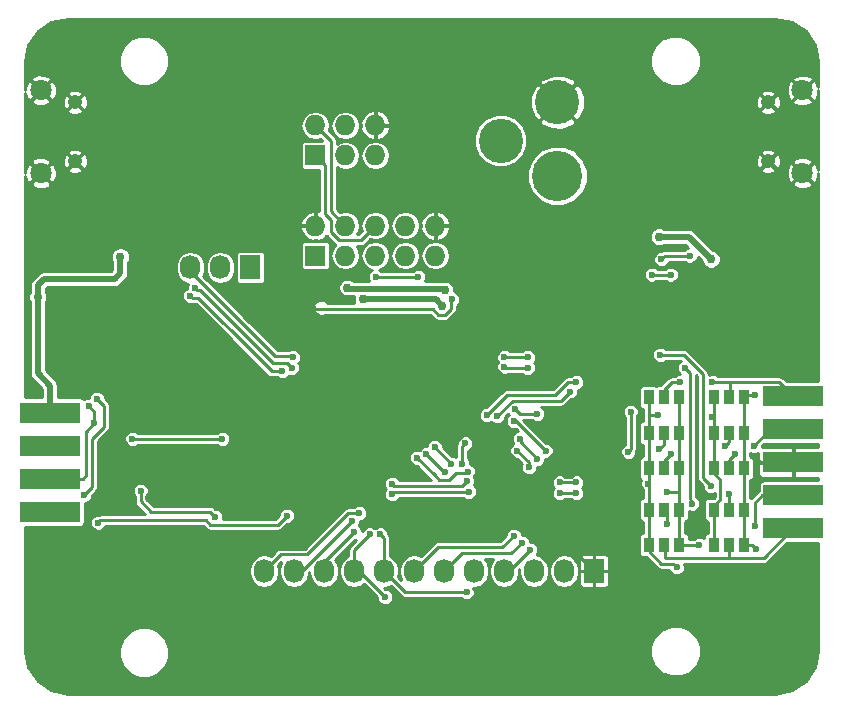
<source format=gbl>
G04 #@! TF.FileFunction,Copper,L2,Bot,Signal*
%FSLAX46Y46*%
G04 Gerber Fmt 4.6, Leading zero omitted, Abs format (unit mm)*
G04 Created by KiCad (PCBNEW 4.0.0-rc1-stable) date 12/17/2015 4:31:31 PM*
%MOMM*%
G01*
G04 APERTURE LIST*
%ADD10C,0.100000*%
%ADD11R,5.080000X1.778000*%
%ADD12R,1.727200X1.727200*%
%ADD13O,1.727200X1.727200*%
%ADD14R,1.727200X2.032000*%
%ADD15O,1.727200X2.032000*%
%ADD16C,1.800000*%
%ADD17C,1.250000*%
%ADD18C,3.750000*%
%ADD19C,4.250000*%
%ADD20R,0.965200X1.270000*%
%ADD21C,0.600000*%
%ADD22C,0.750000*%
%ADD23C,0.250000*%
%ADD24C,0.500000*%
%ADD25C,0.254000*%
G04 APERTURE END LIST*
D10*
D11*
X42540000Y-147191000D03*
X42540000Y-144397000D03*
X42540000Y-141603000D03*
X42540000Y-138809000D03*
D12*
X65000000Y-125500000D03*
D13*
X65000000Y-122960000D03*
X67540000Y-125500000D03*
X67540000Y-122960000D03*
X70080000Y-125500000D03*
X70080000Y-122960000D03*
X72620000Y-125500000D03*
X72620000Y-122960000D03*
X75160000Y-125500000D03*
X75160000Y-122960000D03*
D12*
X65000000Y-117000000D03*
D13*
X65000000Y-114460000D03*
X67540000Y-117000000D03*
X67540000Y-114460000D03*
X70080000Y-117000000D03*
X70080000Y-114460000D03*
D14*
X59500000Y-126500000D03*
D15*
X56960000Y-126500000D03*
X54420000Y-126500000D03*
D16*
X41762540Y-111499100D03*
D17*
X44662540Y-112499100D03*
X44662540Y-117499100D03*
D16*
X41762540Y-118499100D03*
X106237460Y-118500900D03*
D17*
X103337460Y-117500900D03*
X103337460Y-112500900D03*
D16*
X106237460Y-111500900D03*
D14*
X88600000Y-152200000D03*
D15*
X86060000Y-152200000D03*
X83520000Y-152200000D03*
X80980000Y-152200000D03*
X78440000Y-152200000D03*
X75900000Y-152200000D03*
X73360000Y-152200000D03*
X70820000Y-152200000D03*
X68280000Y-152200000D03*
X65740000Y-152200000D03*
X63200000Y-152200000D03*
X60660000Y-152200000D03*
D18*
X85500000Y-112500000D03*
D19*
X85500000Y-118740000D03*
D18*
X80700000Y-115750000D03*
D11*
X105460000Y-140206000D03*
X105460000Y-143000000D03*
X105460000Y-145794000D03*
X105460000Y-148588000D03*
X105460000Y-137412000D03*
D20*
X93230000Y-150000000D03*
X94500000Y-150000000D03*
X95770000Y-150000000D03*
X93230000Y-140500000D03*
X94500000Y-140500000D03*
X95770000Y-140500000D03*
X93230000Y-137500000D03*
X94500000Y-137500000D03*
X95770000Y-137500000D03*
X93230000Y-147000000D03*
X94500000Y-147000000D03*
X95770000Y-147000000D03*
X93230000Y-143500000D03*
X94500000Y-143500000D03*
X95770000Y-143500000D03*
X98730000Y-150000000D03*
X100000000Y-150000000D03*
X101270000Y-150000000D03*
X98730000Y-140500000D03*
X100000000Y-140500000D03*
X101270000Y-140500000D03*
X98730000Y-137500000D03*
X100000000Y-137500000D03*
X101270000Y-137500000D03*
X98730000Y-147000000D03*
X100000000Y-147000000D03*
X101270000Y-147000000D03*
X98730000Y-143500000D03*
X100000000Y-143500000D03*
X101270000Y-143500000D03*
D21*
X102800000Y-108900000D03*
X89700000Y-107300000D03*
X43300000Y-108400000D03*
X53700000Y-106800000D03*
X64400000Y-107000000D03*
X66600000Y-146600000D03*
X64000000Y-144800000D03*
X71700000Y-133700000D03*
X67100000Y-137500000D03*
X74200000Y-137300000D03*
X76100000Y-132000000D03*
X79600000Y-128300000D03*
X49400000Y-143100000D03*
X43300000Y-151700000D03*
X42400000Y-158400000D03*
X49700000Y-155500000D03*
X56900000Y-159000000D03*
X74400000Y-159300000D03*
X90100000Y-159700000D03*
X99900000Y-160700000D03*
X105100000Y-154700000D03*
X100500000Y-133500000D03*
X99300000Y-131100000D03*
X88700000Y-131400000D03*
X91800000Y-135600000D03*
X89100000Y-136800000D03*
X72700000Y-148900000D03*
X79200000Y-148200000D03*
X44600000Y-135400000D03*
X50700000Y-135100000D03*
X51000000Y-138100000D03*
X59100000Y-145800000D03*
X65200000Y-131100000D03*
X63100000Y-129100000D03*
X70400000Y-130700000D03*
X64800000Y-133200000D03*
X63500000Y-139000000D03*
X68800000Y-142200000D03*
X91300000Y-149300000D03*
X91700000Y-144000000D03*
X86100000Y-138800000D03*
X97500000Y-152500000D03*
X102500000Y-143000000D03*
X97300000Y-148500000D03*
X97400000Y-145000000D03*
X82100000Y-122400000D03*
X80100000Y-141500000D03*
X59000000Y-138500000D03*
X53400000Y-138600000D03*
X87400000Y-123500000D03*
X96600000Y-122900000D03*
X96200000Y-127000000D03*
X58200000Y-129100000D03*
X55200000Y-132100000D03*
X53000000Y-131800000D03*
X58250000Y-111250000D03*
X54250000Y-111250000D03*
X53000000Y-113000000D03*
X53000000Y-115000000D03*
X48250000Y-118500000D03*
X48250000Y-120250000D03*
X105900000Y-123300000D03*
X98900000Y-119200000D03*
X44900000Y-117800000D03*
X93600000Y-119400000D03*
X76300000Y-107200000D03*
X66800000Y-142100000D03*
D22*
X98500000Y-125800000D03*
X94100000Y-123900000D03*
X48500000Y-125600000D03*
X41500000Y-129000000D03*
D21*
X82100000Y-142000000D03*
X83100000Y-143400000D03*
D22*
X75710000Y-129730000D03*
X69000000Y-129200000D03*
D21*
X85700000Y-144700000D03*
X87100000Y-144700000D03*
X93200000Y-144800000D03*
X94000000Y-139000000D03*
X95600000Y-151900000D03*
X85700000Y-145600000D03*
X87100000Y-145600000D03*
X94800000Y-145500000D03*
X97500000Y-150000000D03*
X46300000Y-139700000D03*
X45800000Y-138200000D03*
X45400000Y-145800000D03*
X46500000Y-137600000D03*
X98500000Y-145000000D03*
X94200000Y-133900000D03*
X96300000Y-135000000D03*
X96900000Y-146500000D03*
X102200000Y-148400000D03*
X102200000Y-137300000D03*
X91700000Y-138700000D03*
X91500000Y-142100000D03*
X83800000Y-142700000D03*
X82300000Y-141000000D03*
X102300000Y-150300000D03*
X71500000Y-145700000D03*
X78000000Y-145500000D03*
X77800000Y-144600000D03*
X71500000Y-144800000D03*
X94300000Y-125800000D03*
X96700000Y-125500000D03*
D22*
X76000000Y-128400000D03*
X67700000Y-128200000D03*
D21*
X83000000Y-135000000D03*
X81000000Y-134900000D03*
X81000000Y-134100000D03*
X83000000Y-134100000D03*
X63100000Y-134100000D03*
X73700000Y-127300000D03*
X70100000Y-127300000D03*
X63000000Y-135000000D03*
X54800000Y-128200000D03*
X54400000Y-128900000D03*
X62200000Y-135300000D03*
X68300000Y-148900000D03*
X77400000Y-143100000D03*
X77700000Y-141400000D03*
X83200000Y-150400000D03*
X82500000Y-149800000D03*
X81800000Y-149200000D03*
X68700000Y-147300000D03*
X68100000Y-148000000D03*
X70900000Y-154400000D03*
X69600000Y-149100000D03*
X77800000Y-154000000D03*
X70500000Y-149100000D03*
X86600000Y-137000000D03*
X80400000Y-139100000D03*
X75100000Y-141700000D03*
X76500000Y-143100000D03*
X87100000Y-136200000D03*
X79500000Y-139000000D03*
X76000000Y-143800000D03*
X74400000Y-142300000D03*
X76600000Y-129200000D03*
X64800000Y-129900000D03*
X57100000Y-141000000D03*
X49500000Y-141000000D03*
X50200000Y-145400000D03*
X56500000Y-147600000D03*
X62600000Y-147500000D03*
X46600000Y-148100000D03*
X84500000Y-142000000D03*
X81800000Y-139500000D03*
X81900000Y-138500000D03*
X83800000Y-138900000D03*
X77900000Y-143800000D03*
X73600000Y-142600000D03*
X99700000Y-141600000D03*
X94100000Y-141900000D03*
X102100000Y-141600000D03*
X95900000Y-136200000D03*
X98600000Y-136200000D03*
X94800000Y-148200000D03*
X100000000Y-145700000D03*
X95100000Y-142300000D03*
X100500000Y-142300000D03*
X98600000Y-139200000D03*
X95100000Y-127100000D03*
X93500000Y-127100000D03*
D23*
X76300000Y-107200000D02*
X89600000Y-107200000D01*
X101700000Y-110000000D02*
X101000000Y-110000000D01*
X102800000Y-108900000D02*
X101700000Y-110000000D01*
X89600000Y-107200000D02*
X89700000Y-107300000D01*
X44300000Y-109400000D02*
X44300000Y-109500000D01*
X43300000Y-108400000D02*
X44300000Y-109400000D01*
X64200000Y-106800000D02*
X53700000Y-106800000D01*
X64400000Y-107000000D02*
X64200000Y-106800000D01*
X66600000Y-146600000D02*
X65800000Y-146600000D01*
X65800000Y-146600000D02*
X64000000Y-144800000D01*
X71700000Y-133700000D02*
X71700000Y-134800000D01*
X67100000Y-137500000D02*
X67600000Y-138000000D01*
X71700000Y-134800000D02*
X74200000Y-137300000D01*
X79600000Y-128300000D02*
X79600000Y-128500000D01*
X79600000Y-128500000D02*
X76100000Y-132000000D01*
X75160000Y-122960000D02*
X76360000Y-122960000D01*
X79600000Y-126200000D02*
X79600000Y-128300000D01*
X76360000Y-122960000D02*
X79600000Y-126200000D01*
X49400000Y-143100000D02*
X49400000Y-143400000D01*
X45800000Y-149200000D02*
X43300000Y-151700000D01*
X45800000Y-147000000D02*
X45800000Y-149200000D01*
X49400000Y-143400000D02*
X45800000Y-147000000D01*
X97500000Y-152500000D02*
X99700000Y-154700000D01*
X43300000Y-151700000D02*
X44400000Y-151700000D01*
X46800000Y-158400000D02*
X42400000Y-158400000D01*
X49700000Y-155500000D02*
X46800000Y-158400000D01*
X74100000Y-159000000D02*
X56900000Y-159000000D01*
X74400000Y-159300000D02*
X74100000Y-159000000D01*
X92100000Y-161700000D02*
X90100000Y-159700000D01*
X97900000Y-161700000D02*
X92100000Y-161700000D01*
X98900000Y-160700000D02*
X97900000Y-161700000D01*
X99900000Y-160700000D02*
X98900000Y-160700000D01*
X99700000Y-154700000D02*
X105100000Y-154700000D01*
X91800000Y-135600000D02*
X88700000Y-132500000D01*
X99300000Y-132300000D02*
X100500000Y-133500000D01*
X99300000Y-131100000D02*
X99300000Y-132300000D01*
X88700000Y-132500000D02*
X88700000Y-131400000D01*
X90300000Y-135600000D02*
X91800000Y-135600000D01*
X90300000Y-135600000D02*
X89100000Y-136800000D01*
X86100000Y-138800000D02*
X88100000Y-136800000D01*
X88100000Y-136800000D02*
X89100000Y-136800000D01*
X79200000Y-148200000D02*
X78500000Y-148900000D01*
X78500000Y-148900000D02*
X72700000Y-148900000D01*
X88600000Y-152200000D02*
X84600000Y-148200000D01*
X84600000Y-148200000D02*
X79200000Y-148200000D01*
X50700000Y-135100000D02*
X44900000Y-135100000D01*
X44900000Y-135100000D02*
X44600000Y-135400000D01*
X51000000Y-138100000D02*
X51000000Y-135400000D01*
X51000000Y-135400000D02*
X50700000Y-135100000D01*
X53400000Y-138600000D02*
X51500000Y-138600000D01*
X51500000Y-138600000D02*
X51000000Y-138100000D01*
X59000000Y-145700000D02*
X58800000Y-145700000D01*
X59100000Y-145800000D02*
X59000000Y-145700000D01*
X64800000Y-131100000D02*
X64800000Y-130800000D01*
X65200000Y-131100000D02*
X64800000Y-131100000D01*
X64800000Y-130800000D02*
X63100000Y-129100000D01*
X70400000Y-130700000D02*
X70200000Y-130700000D01*
X64800000Y-133200000D02*
X64800000Y-132900000D01*
X63200000Y-138700000D02*
X62900000Y-138700000D01*
X63500000Y-139000000D02*
X63200000Y-138700000D01*
X68800000Y-142200000D02*
X69000000Y-142000000D01*
X91400000Y-149400000D02*
X91600000Y-149400000D01*
X91300000Y-149300000D02*
X91400000Y-149400000D01*
X91500000Y-144200000D02*
X91200000Y-144300000D01*
X91700000Y-144000000D02*
X91500000Y-144200000D01*
X86000000Y-138700000D02*
X86000000Y-138500000D01*
X86100000Y-138800000D02*
X86000000Y-138700000D01*
X97500000Y-152500000D02*
X97500000Y-152200000D01*
X105460000Y-143000000D02*
X102500000Y-143000000D01*
X97700000Y-148100000D02*
X97300000Y-148500000D01*
X97700000Y-145300000D02*
X97700000Y-148100000D01*
X97400000Y-145000000D02*
X97700000Y-145300000D01*
X82100000Y-122400000D02*
X82100000Y-122100000D01*
X80100000Y-141500000D02*
X80100000Y-141400000D01*
X59000000Y-138500000D02*
X59250000Y-138500000D01*
X53400000Y-138600000D02*
X53200000Y-138600000D01*
X87400000Y-123500000D02*
X87400000Y-123400000D01*
X96600000Y-122900000D02*
X96400000Y-122900000D01*
X96200000Y-127000000D02*
X96500000Y-127000000D01*
X53000000Y-131800000D02*
X54900000Y-131800000D01*
X58200000Y-129100000D02*
X58600000Y-129100000D01*
X54900000Y-131800000D02*
X55200000Y-132100000D01*
X54250000Y-111250000D02*
X58250000Y-111250000D01*
X53000000Y-115000000D02*
X53000000Y-113000000D01*
X48250000Y-120250000D02*
X48250000Y-118500000D01*
X105900000Y-123300000D02*
X105900000Y-121900000D01*
X99000000Y-119300000D02*
X99400000Y-119300000D01*
X98900000Y-119200000D02*
X99000000Y-119300000D01*
X93600000Y-119400000D02*
X94000000Y-119400000D01*
X76200000Y-107300000D02*
X75900000Y-107100000D01*
X76300000Y-107200000D02*
X76200000Y-107300000D01*
X66800000Y-142100000D02*
X66600000Y-142300000D01*
D24*
X96600000Y-123900000D02*
X98500000Y-125800000D01*
X94100000Y-123900000D02*
X96600000Y-123900000D01*
X41500000Y-129000000D02*
X41500000Y-128000000D01*
X42000000Y-127500000D02*
X41500000Y-128000000D01*
X48000000Y-127500000D02*
X42000000Y-127500000D01*
X48500000Y-127000000D02*
X48000000Y-127500000D01*
X48500000Y-127000000D02*
X48500000Y-125600000D01*
X42540000Y-136500000D02*
X41500000Y-135460000D01*
X41500000Y-135460000D02*
X41500000Y-129000000D01*
X42540000Y-138809000D02*
X42540000Y-136500000D01*
X42300000Y-138569000D02*
X42540000Y-138809000D01*
D23*
X83100000Y-143000000D02*
X82100000Y-142000000D01*
X83100000Y-143400000D02*
X83100000Y-143000000D01*
D24*
X72000000Y-129200000D02*
X69000000Y-129200000D01*
X75200000Y-129200000D02*
X74700000Y-129200000D01*
X75710000Y-129730000D02*
X75200000Y-129200000D01*
X72000000Y-129200000D02*
X74700000Y-129200000D01*
D23*
X67540000Y-122960000D02*
X66300000Y-121720000D01*
X66300000Y-115760000D02*
X65000000Y-114460000D01*
X66300000Y-121720000D02*
X66300000Y-115760000D01*
X85700000Y-144700000D02*
X87100000Y-144700000D01*
X93200000Y-144800000D02*
X93230000Y-144800000D01*
X93230000Y-144800000D02*
X93200000Y-144800000D01*
X93200000Y-144800000D02*
X93230000Y-144800000D01*
X94000000Y-139000000D02*
X93230000Y-139000000D01*
X93230000Y-139000000D02*
X93300000Y-139000000D01*
X93300000Y-139000000D02*
X93230000Y-139000000D01*
X93230000Y-150000000D02*
X93230000Y-150530000D01*
X93230000Y-150530000D02*
X94300000Y-151600000D01*
X95300000Y-151600000D02*
X95600000Y-151900000D01*
X94300000Y-151600000D02*
X95300000Y-151600000D01*
X93230000Y-140500000D02*
X93230000Y-139000000D01*
X93230000Y-139000000D02*
X93230000Y-137500000D01*
X93230000Y-143500000D02*
X93230000Y-140500000D01*
X93230000Y-147000000D02*
X93230000Y-144800000D01*
X93230000Y-144800000D02*
X93230000Y-143500000D01*
X93230000Y-150000000D02*
X93230000Y-147000000D01*
X85700000Y-145600000D02*
X87100000Y-145600000D01*
X94800000Y-145500000D02*
X95770000Y-145500000D01*
X95770000Y-145500000D02*
X95800000Y-145500000D01*
X95800000Y-145500000D02*
X95770000Y-145500000D01*
X95770000Y-150000000D02*
X97500000Y-150000000D01*
X95770000Y-147000000D02*
X95770000Y-148600000D01*
X95770000Y-148600000D02*
X95770000Y-150000000D01*
X95770000Y-143500000D02*
X95770000Y-145500000D01*
X95770000Y-145500000D02*
X95770000Y-147000000D01*
X95770000Y-140500000D02*
X95770000Y-143500000D01*
X95770000Y-137500000D02*
X95770000Y-140500000D01*
X45600000Y-141700000D02*
X45600000Y-144100000D01*
X45303000Y-144397000D02*
X42540000Y-144397000D01*
X45600000Y-144100000D02*
X45303000Y-144397000D01*
X46300000Y-139700000D02*
X46300000Y-138700000D01*
X46300000Y-138700000D02*
X45800000Y-138200000D01*
X45600000Y-140600000D02*
X45600000Y-140400000D01*
X45600000Y-140400000D02*
X46300000Y-139700000D01*
X45800000Y-138200000D02*
X45800000Y-138300000D01*
X42540000Y-144397000D02*
X44003000Y-144397000D01*
X45600000Y-142800000D02*
X45600000Y-141700000D01*
X45600000Y-141700000D02*
X45600000Y-140600000D01*
X42540000Y-144397000D02*
X44603000Y-144397000D01*
X42540000Y-144397000D02*
X42543000Y-144400000D01*
X46100000Y-145100000D02*
X46100000Y-144700000D01*
X45400000Y-145800000D02*
X46100000Y-145100000D01*
X46100000Y-144700000D02*
X46100000Y-141000000D01*
X46100000Y-141000000D02*
X47100000Y-140000000D01*
X47100000Y-140000000D02*
X47100000Y-138200000D01*
X47100000Y-138200000D02*
X46500000Y-137600000D01*
X97800000Y-144300000D02*
X97800000Y-144100000D01*
X98500000Y-145000000D02*
X97800000Y-144300000D01*
X96200000Y-133900000D02*
X94200000Y-133900000D01*
X97800000Y-135500000D02*
X96200000Y-133900000D01*
X97800000Y-144100000D02*
X97800000Y-135500000D01*
X105460000Y-145794000D02*
X102806000Y-145794000D01*
X96700000Y-135400000D02*
X96300000Y-135000000D01*
X96700000Y-146000000D02*
X96700000Y-135400000D01*
X96900000Y-146500000D02*
X96700000Y-146000000D01*
X102200000Y-146400000D02*
X102200000Y-148400000D01*
X102806000Y-145794000D02*
X102200000Y-146400000D01*
X105460000Y-145794000D02*
X104094000Y-145794000D01*
X105460000Y-145794000D02*
X104194000Y-145794000D01*
X105460000Y-145794000D02*
X104294000Y-145794000D01*
X42540000Y-147191000D02*
X44509000Y-147191000D01*
X42540000Y-147191000D02*
X44009000Y-147191000D01*
X91700000Y-138700000D02*
X91700000Y-141900000D01*
X91700000Y-141900000D02*
X91500000Y-142100000D01*
X83800000Y-142700000D02*
X82300000Y-141200000D01*
X82300000Y-141200000D02*
X82300000Y-141000000D01*
X101470000Y-137300000D02*
X102200000Y-137300000D01*
X101270000Y-137500000D02*
X101470000Y-137300000D01*
X101270000Y-150000000D02*
X102000000Y-150000000D01*
X102000000Y-150000000D02*
X102300000Y-150300000D01*
X101270000Y-140500000D02*
X101270000Y-137500000D01*
X101270000Y-143500000D02*
X101270000Y-140500000D01*
X101270000Y-147000000D02*
X101270000Y-143500000D01*
X101270000Y-150000000D02*
X101270000Y-147000000D01*
X70080000Y-122960000D02*
X68840000Y-124200000D01*
X65800000Y-122000000D02*
X65800000Y-117800000D01*
X66300000Y-122500000D02*
X65800000Y-122000000D01*
X66300000Y-123500000D02*
X66300000Y-122500000D01*
X67000000Y-124200000D02*
X66300000Y-123500000D01*
X68840000Y-124200000D02*
X67000000Y-124200000D01*
X65800000Y-117800000D02*
X65000000Y-117000000D01*
X78000000Y-145500000D02*
X71700000Y-145500000D01*
X71700000Y-145500000D02*
X71500000Y-145700000D01*
X71500000Y-144800000D02*
X71700000Y-145000000D01*
X77400000Y-145000000D02*
X77800000Y-144600000D01*
X71700000Y-145000000D02*
X77400000Y-145000000D01*
X94600000Y-125500000D02*
X94300000Y-125800000D01*
X96700000Y-125500000D02*
X94600000Y-125500000D01*
D24*
X69200000Y-128300000D02*
X67800000Y-128300000D01*
X76000000Y-128400000D02*
X75900000Y-128300000D01*
X75900000Y-128300000D02*
X69200000Y-128300000D01*
X67800000Y-128300000D02*
X67700000Y-128200000D01*
D23*
X81100000Y-135000000D02*
X83000000Y-135000000D01*
X81000000Y-134900000D02*
X81100000Y-135000000D01*
X83000000Y-134100000D02*
X81000000Y-134100000D01*
X63000000Y-134000000D02*
X61600000Y-134000000D01*
X58700000Y-131100000D02*
X61600000Y-134000000D01*
X58700000Y-131100000D02*
X54420000Y-126820000D01*
X63000000Y-134000000D02*
X63100000Y-134100000D01*
X54420000Y-126820000D02*
X54420000Y-126500000D01*
X63000000Y-134000000D02*
X63100000Y-134100000D01*
X73500000Y-127300000D02*
X70100000Y-127300000D01*
X73500000Y-127300000D02*
X73700000Y-127300000D01*
X62600000Y-134600000D02*
X61400000Y-134600000D01*
X63000000Y-135000000D02*
X62600000Y-134600000D01*
X61400000Y-134600000D02*
X58000000Y-131200000D01*
X58000000Y-131200000D02*
X55200000Y-128400000D01*
X55000000Y-128400000D02*
X54800000Y-128200000D01*
X55200000Y-128400000D02*
X55000000Y-128400000D01*
X61300000Y-135300000D02*
X62200000Y-135300000D01*
X54400000Y-128900000D02*
X54600000Y-129100000D01*
X57100000Y-131100000D02*
X55100000Y-129100000D01*
X57900000Y-131900000D02*
X61300000Y-135300000D01*
X57900000Y-131900000D02*
X57100000Y-131100000D01*
X54600000Y-129100000D02*
X55100000Y-129100000D01*
X68300000Y-148900000D02*
X65740000Y-151460000D01*
X65740000Y-151460000D02*
X65740000Y-152200000D01*
X77400000Y-141700000D02*
X77400000Y-143100000D01*
X77700000Y-141400000D02*
X77400000Y-141700000D01*
X80980000Y-152200000D02*
X81400000Y-152200000D01*
X81400000Y-152200000D02*
X83200000Y-150400000D01*
X75900000Y-152200000D02*
X77400000Y-150700000D01*
X81600000Y-150700000D02*
X82500000Y-149800000D01*
X77400000Y-150700000D02*
X81600000Y-150700000D01*
X73360000Y-152200000D02*
X75360000Y-150200000D01*
X80800000Y-150200000D02*
X81800000Y-149200000D01*
X75360000Y-150200000D02*
X80800000Y-150200000D01*
X65500000Y-149600000D02*
X64300000Y-150800000D01*
X64300000Y-150800000D02*
X62060000Y-150800000D01*
X60660000Y-152200000D02*
X61930000Y-150930000D01*
X61930000Y-150930000D02*
X62060000Y-150800000D01*
X67800000Y-147300000D02*
X68700000Y-147300000D01*
X65500000Y-149600000D02*
X67800000Y-147300000D01*
X60660000Y-152200000D02*
X61300000Y-152200000D01*
X68100000Y-148000000D02*
X63900000Y-152200000D01*
X63900000Y-152200000D02*
X63200000Y-152200000D01*
X63200000Y-152200000D02*
X63600000Y-152200000D01*
X70900000Y-154400000D02*
X68700000Y-152200000D01*
X68700000Y-152200000D02*
X68280000Y-152200000D01*
X68280000Y-150420000D02*
X68280000Y-152200000D01*
X69600000Y-149100000D02*
X68280000Y-150420000D01*
X72620000Y-154000000D02*
X77800000Y-154000000D01*
X70820000Y-152200000D02*
X72620000Y-154000000D01*
X70820000Y-149420000D02*
X70820000Y-152200000D01*
X70500000Y-149100000D02*
X70820000Y-149420000D01*
X85800000Y-137800000D02*
X86600000Y-137000000D01*
X81700000Y-137800000D02*
X85800000Y-137800000D01*
X80400000Y-139100000D02*
X81700000Y-137800000D01*
X75100000Y-141700000D02*
X76500000Y-143100000D01*
X86400000Y-136200000D02*
X87100000Y-136200000D01*
X85300000Y-137300000D02*
X86400000Y-136200000D01*
X81200000Y-137300000D02*
X85300000Y-137300000D01*
X79500000Y-139000000D02*
X81200000Y-137300000D01*
X75900000Y-143800000D02*
X76000000Y-143800000D01*
X74400000Y-142300000D02*
X75900000Y-143800000D01*
X64900000Y-130000000D02*
X64800000Y-129900000D01*
X74924998Y-130000000D02*
X64900000Y-130000000D01*
X75424998Y-130500000D02*
X74924998Y-130000000D01*
X76000000Y-130500000D02*
X75424998Y-130500000D01*
X76500000Y-130000000D02*
X76000000Y-130500000D01*
X76500000Y-129300000D02*
X76500000Y-130000000D01*
X76600000Y-129200000D02*
X76500000Y-129300000D01*
X49500000Y-141000000D02*
X57100000Y-141000000D01*
X51100000Y-147200000D02*
X50200000Y-146300000D01*
X50200000Y-146300000D02*
X50200000Y-145400000D01*
X56100000Y-147200000D02*
X51100000Y-147200000D01*
X56500000Y-147600000D02*
X56100000Y-147200000D01*
X55700000Y-147900000D02*
X52300000Y-147900000D01*
X56100000Y-148300000D02*
X55700000Y-147900000D01*
X61800000Y-148300000D02*
X56100000Y-148300000D01*
X62600000Y-147500000D02*
X61800000Y-148300000D01*
X50500000Y-147900000D02*
X46800000Y-147900000D01*
X46800000Y-147900000D02*
X46600000Y-148100000D01*
X52300000Y-147900000D02*
X50500000Y-147900000D01*
X82000000Y-139500000D02*
X84500000Y-142000000D01*
X81800000Y-139500000D02*
X82000000Y-139500000D01*
X82300000Y-138900000D02*
X81900000Y-138500000D01*
X83800000Y-138900000D02*
X82300000Y-138900000D01*
X76900000Y-143900000D02*
X77800000Y-143900000D01*
X77800000Y-143900000D02*
X77900000Y-143800000D01*
X75100000Y-144100000D02*
X75500000Y-144500000D01*
X73600000Y-142600000D02*
X75100000Y-144100000D01*
X76300000Y-144500000D02*
X76800000Y-144000000D01*
X75500000Y-144500000D02*
X76300000Y-144500000D01*
X76800000Y-144000000D02*
X76900000Y-143900000D01*
X100000000Y-140500000D02*
X100000000Y-141300000D01*
X100000000Y-141300000D02*
X99700000Y-141600000D01*
X94500000Y-141500000D02*
X94100000Y-141900000D01*
X94500000Y-140500000D02*
X94500000Y-141500000D01*
X102100000Y-141600000D02*
X103494000Y-140206000D01*
X103494000Y-140206000D02*
X105460000Y-140206000D01*
X94600000Y-151100000D02*
X94600000Y-150100000D01*
X100000000Y-151100000D02*
X94600000Y-151100000D01*
X100000000Y-150000000D02*
X100000000Y-151100000D01*
X105460000Y-148588000D02*
X102948000Y-151100000D01*
X102948000Y-151100000D02*
X100000000Y-151100000D01*
X94600000Y-150100000D02*
X94500000Y-150000000D01*
X105460000Y-148588000D02*
X103612000Y-148588000D01*
X100000000Y-137500000D02*
X100100000Y-137400000D01*
X100100000Y-137400000D02*
X100100000Y-136200000D01*
X94500000Y-137500000D02*
X94500000Y-136900000D01*
X94500000Y-136900000D02*
X95200000Y-136200000D01*
X95200000Y-136200000D02*
X95900000Y-136200000D01*
X98600000Y-136200000D02*
X100100000Y-136200000D01*
X100100000Y-136200000D02*
X104248000Y-136200000D01*
X104248000Y-136200000D02*
X105460000Y-137412000D01*
X94800000Y-148200000D02*
X94800000Y-147300000D01*
X94800000Y-147300000D02*
X94500000Y-147000000D01*
X100000000Y-147000000D02*
X100000000Y-145700000D01*
X94500000Y-143500000D02*
X94500000Y-142900000D01*
X94500000Y-142900000D02*
X95100000Y-142300000D01*
X100500000Y-142300000D02*
X100000000Y-142800000D01*
X100000000Y-142800000D02*
X100000000Y-143500000D01*
X98700000Y-138900000D02*
X98730000Y-138900000D01*
X98730000Y-138930000D02*
X98700000Y-138900000D01*
X98730000Y-139070000D02*
X98730000Y-138930000D01*
X98600000Y-139200000D02*
X98730000Y-139070000D01*
X98730000Y-147000000D02*
X98730000Y-146670000D01*
X98730000Y-146670000D02*
X99300000Y-146100000D01*
X99300000Y-144500000D02*
X98730000Y-143930000D01*
X99300000Y-146100000D02*
X99300000Y-144500000D01*
X98730000Y-143930000D02*
X98730000Y-143500000D01*
X98730000Y-147000000D02*
X98730000Y-150000000D01*
X98730000Y-140500000D02*
X98730000Y-143500000D01*
X98730000Y-137500000D02*
X98730000Y-138900000D01*
X98730000Y-138900000D02*
X98730000Y-140500000D01*
X95100000Y-127100000D02*
X93500000Y-127100000D01*
D25*
G36*
X105364126Y-105706707D02*
X106520577Y-106479423D01*
X107293293Y-107635874D01*
X107573000Y-109042055D01*
X107573000Y-111250190D01*
X107383699Y-110766818D01*
X107354310Y-110722834D01*
X107141929Y-110634614D01*
X106275644Y-111500900D01*
X107141929Y-112367186D01*
X107354310Y-112278966D01*
X107567048Y-111792339D01*
X107573000Y-111486091D01*
X107573000Y-118250190D01*
X107383699Y-117766818D01*
X107354310Y-117722834D01*
X107141929Y-117634614D01*
X106275644Y-118500900D01*
X107141929Y-119367186D01*
X107354310Y-119278966D01*
X107567048Y-118792339D01*
X107573000Y-118486091D01*
X107573000Y-136138615D01*
X104896551Y-136138615D01*
X104602968Y-135845032D01*
X104440107Y-135736212D01*
X104248000Y-135697999D01*
X104247995Y-135698000D01*
X99055463Y-135698000D01*
X98983990Y-135626402D01*
X98735254Y-135523118D01*
X98465927Y-135522883D01*
X98302000Y-135590616D01*
X98302000Y-135500005D01*
X98302001Y-135500000D01*
X98263788Y-135307893D01*
X98258514Y-135300000D01*
X98154968Y-135145032D01*
X98154965Y-135145030D01*
X96554968Y-133545032D01*
X96392107Y-133436212D01*
X96200000Y-133397999D01*
X96199995Y-133398000D01*
X94655463Y-133398000D01*
X94583990Y-133326402D01*
X94335254Y-133223118D01*
X94065927Y-133222883D01*
X93817011Y-133325733D01*
X93626402Y-133516010D01*
X93523118Y-133764746D01*
X93522883Y-134034073D01*
X93625733Y-134282989D01*
X93816010Y-134473598D01*
X94064746Y-134576882D01*
X94334073Y-134577117D01*
X94582989Y-134474267D01*
X94655382Y-134402000D01*
X95974449Y-134402000D01*
X95917011Y-134425733D01*
X95726402Y-134616010D01*
X95623118Y-134864746D01*
X95622883Y-135134073D01*
X95725733Y-135382989D01*
X95865470Y-135522970D01*
X95765927Y-135522883D01*
X95517011Y-135625733D01*
X95444618Y-135698000D01*
X95200000Y-135698000D01*
X95007893Y-135736212D01*
X94845032Y-135845032D01*
X94845030Y-135845035D01*
X94209449Y-136480615D01*
X94017400Y-136480615D01*
X93877692Y-136506903D01*
X93866675Y-136513993D01*
X93862147Y-136510899D01*
X93712600Y-136480615D01*
X92747400Y-136480615D01*
X92607692Y-136506903D01*
X92479380Y-136589470D01*
X92393299Y-136715453D01*
X92363015Y-136865000D01*
X92363015Y-138135000D01*
X92389303Y-138274708D01*
X92471870Y-138403020D01*
X92597853Y-138489101D01*
X92728000Y-138515456D01*
X92728000Y-139484265D01*
X92607692Y-139506903D01*
X92479380Y-139589470D01*
X92393299Y-139715453D01*
X92363015Y-139865000D01*
X92363015Y-141135000D01*
X92389303Y-141274708D01*
X92471870Y-141403020D01*
X92597853Y-141489101D01*
X92728000Y-141515456D01*
X92728000Y-142484265D01*
X92607692Y-142506903D01*
X92479380Y-142589470D01*
X92393299Y-142715453D01*
X92363015Y-142865000D01*
X92363015Y-144135000D01*
X92389303Y-144274708D01*
X92471870Y-144403020D01*
X92596450Y-144488142D01*
X92523118Y-144664746D01*
X92522883Y-144934073D01*
X92625733Y-145182989D01*
X92728000Y-145285434D01*
X92728000Y-145984265D01*
X92607692Y-146006903D01*
X92479380Y-146089470D01*
X92393299Y-146215453D01*
X92363015Y-146365000D01*
X92363015Y-147635000D01*
X92389303Y-147774708D01*
X92471870Y-147903020D01*
X92597853Y-147989101D01*
X92728000Y-148015456D01*
X92728000Y-148984265D01*
X92607692Y-149006903D01*
X92479380Y-149089470D01*
X92393299Y-149215453D01*
X92363015Y-149365000D01*
X92363015Y-150635000D01*
X92389303Y-150774708D01*
X92471870Y-150903020D01*
X92597853Y-150989101D01*
X92747400Y-151019385D01*
X93009449Y-151019385D01*
X93945030Y-151954965D01*
X93945032Y-151954968D01*
X94065189Y-152035254D01*
X94107893Y-152063788D01*
X94300000Y-152102001D01*
X94300005Y-152102000D01*
X94950950Y-152102000D01*
X95025733Y-152282989D01*
X95216010Y-152473598D01*
X95464746Y-152576882D01*
X95734073Y-152577117D01*
X95982989Y-152474267D01*
X96173598Y-152283990D01*
X96276882Y-152035254D01*
X96277117Y-151765927D01*
X96209384Y-151602000D01*
X102947995Y-151602000D01*
X102948000Y-151602001D01*
X103140107Y-151563788D01*
X103302968Y-151454968D01*
X104896550Y-149861385D01*
X107573000Y-149861385D01*
X107573000Y-158957945D01*
X107293293Y-160364126D01*
X106520577Y-161520577D01*
X105364126Y-162293293D01*
X103957945Y-162573000D01*
X44042055Y-162573000D01*
X42635874Y-162293293D01*
X41479423Y-161520577D01*
X40706707Y-160364126D01*
X40539045Y-159521230D01*
X48372632Y-159521230D01*
X48695766Y-160303274D01*
X49293578Y-160902131D01*
X50075057Y-161226630D01*
X50921230Y-161227368D01*
X51703274Y-160904234D01*
X52302131Y-160306422D01*
X52626630Y-159524943D01*
X52626720Y-159421230D01*
X93372632Y-159421230D01*
X93695766Y-160203274D01*
X94293578Y-160802131D01*
X95075057Y-161126630D01*
X95921230Y-161127368D01*
X96703274Y-160804234D01*
X97302131Y-160206422D01*
X97626630Y-159424943D01*
X97627368Y-158578770D01*
X97304234Y-157796726D01*
X96706422Y-157197869D01*
X95924943Y-156873370D01*
X95078770Y-156872632D01*
X94296726Y-157195766D01*
X93697869Y-157793578D01*
X93373370Y-158575057D01*
X93372632Y-159421230D01*
X52626720Y-159421230D01*
X52627368Y-158678770D01*
X52304234Y-157896726D01*
X51706422Y-157297869D01*
X50924943Y-156973370D01*
X50078770Y-156972632D01*
X49296726Y-157295766D01*
X48697869Y-157893578D01*
X48373370Y-158675057D01*
X48372632Y-159521230D01*
X40539045Y-159521230D01*
X40427000Y-158957945D01*
X40427000Y-152020310D01*
X59419400Y-152020310D01*
X59419400Y-152379690D01*
X59513835Y-152854447D01*
X59782763Y-153256927D01*
X60185243Y-153525855D01*
X60660000Y-153620290D01*
X61134757Y-153525855D01*
X61537237Y-153256927D01*
X61806165Y-152854447D01*
X61900600Y-152379690D01*
X61900600Y-152020310D01*
X61842370Y-151727566D01*
X62113142Y-151456793D01*
X62053835Y-151545553D01*
X61959400Y-152020310D01*
X61959400Y-152379690D01*
X62053835Y-152854447D01*
X62322763Y-153256927D01*
X62725243Y-153525855D01*
X63200000Y-153620290D01*
X63674757Y-153525855D01*
X64077237Y-153256927D01*
X64346165Y-152854447D01*
X64440600Y-152379690D01*
X64440600Y-152369336D01*
X64499400Y-152310536D01*
X64499400Y-152379690D01*
X64593835Y-152854447D01*
X64862763Y-153256927D01*
X65265243Y-153525855D01*
X65740000Y-153620290D01*
X66214757Y-153525855D01*
X66617237Y-153256927D01*
X66886165Y-152854447D01*
X66980600Y-152379690D01*
X66980600Y-152020310D01*
X66886165Y-151545553D01*
X66677169Y-151232767D01*
X68332906Y-149577029D01*
X68412965Y-149577099D01*
X67925032Y-150065032D01*
X67816212Y-150227893D01*
X67777999Y-150420000D01*
X67778000Y-150420005D01*
X67778000Y-150892348D01*
X67402763Y-151143073D01*
X67133835Y-151545553D01*
X67039400Y-152020310D01*
X67039400Y-152379690D01*
X67133835Y-152854447D01*
X67402763Y-153256927D01*
X67805243Y-153525855D01*
X68280000Y-153620290D01*
X68754757Y-153525855D01*
X69091150Y-153301085D01*
X70222971Y-154432906D01*
X70222883Y-154534073D01*
X70325733Y-154782989D01*
X70516010Y-154973598D01*
X70764746Y-155076882D01*
X71034073Y-155077117D01*
X71282989Y-154974267D01*
X71473598Y-154783990D01*
X71576882Y-154535254D01*
X71577117Y-154265927D01*
X71474267Y-154017011D01*
X71283990Y-153826402D01*
X71035254Y-153723118D01*
X70932964Y-153723029D01*
X70828529Y-153618594D01*
X71294757Y-153525855D01*
X71379378Y-153469313D01*
X72265030Y-154354965D01*
X72265032Y-154354968D01*
X72362660Y-154420200D01*
X72427892Y-154463788D01*
X72620000Y-154502000D01*
X77344537Y-154502000D01*
X77416010Y-154573598D01*
X77664746Y-154676882D01*
X77934073Y-154677117D01*
X78182989Y-154574267D01*
X78373598Y-154383990D01*
X78476882Y-154135254D01*
X78477117Y-153865927D01*
X78374267Y-153617011D01*
X78362065Y-153604788D01*
X78440000Y-153620290D01*
X78914757Y-153525855D01*
X79317237Y-153256927D01*
X79586165Y-152854447D01*
X79680600Y-152379690D01*
X79680600Y-152020310D01*
X79586165Y-151545553D01*
X79356611Y-151202000D01*
X80063389Y-151202000D01*
X79833835Y-151545553D01*
X79739400Y-152020310D01*
X79739400Y-152379690D01*
X79833835Y-152854447D01*
X80102763Y-153256927D01*
X80505243Y-153525855D01*
X80980000Y-153620290D01*
X81454757Y-153525855D01*
X81857237Y-153256927D01*
X82126165Y-152854447D01*
X82220600Y-152379690D01*
X82220600Y-152089336D01*
X82279400Y-152030536D01*
X82279400Y-152379690D01*
X82373835Y-152854447D01*
X82642763Y-153256927D01*
X83045243Y-153525855D01*
X83520000Y-153620290D01*
X83994757Y-153525855D01*
X84397237Y-153256927D01*
X84666165Y-152854447D01*
X84760600Y-152379690D01*
X84760600Y-152020310D01*
X84819400Y-152020310D01*
X84819400Y-152379690D01*
X84913835Y-152854447D01*
X85182763Y-153256927D01*
X85585243Y-153525855D01*
X86060000Y-153620290D01*
X86534757Y-153525855D01*
X86937237Y-153256927D01*
X87206165Y-152854447D01*
X87300600Y-152379690D01*
X87300600Y-152335750D01*
X87301400Y-152335750D01*
X87301400Y-153302527D01*
X87367625Y-153462408D01*
X87489992Y-153584775D01*
X87649873Y-153651000D01*
X88464250Y-153651000D01*
X88573000Y-153542250D01*
X88573000Y-152227000D01*
X88627000Y-152227000D01*
X88627000Y-153542250D01*
X88735750Y-153651000D01*
X89550127Y-153651000D01*
X89710008Y-153584775D01*
X89832375Y-153462408D01*
X89898600Y-153302527D01*
X89898600Y-152335750D01*
X89789850Y-152227000D01*
X88627000Y-152227000D01*
X88573000Y-152227000D01*
X87410150Y-152227000D01*
X87301400Y-152335750D01*
X87300600Y-152335750D01*
X87300600Y-152020310D01*
X87206165Y-151545553D01*
X86937237Y-151143073D01*
X86868992Y-151097473D01*
X87301400Y-151097473D01*
X87301400Y-152064250D01*
X87410150Y-152173000D01*
X88573000Y-152173000D01*
X88573000Y-150857750D01*
X88627000Y-150857750D01*
X88627000Y-152173000D01*
X89789850Y-152173000D01*
X89898600Y-152064250D01*
X89898600Y-151097473D01*
X89832375Y-150937592D01*
X89710008Y-150815225D01*
X89550127Y-150749000D01*
X88735750Y-150749000D01*
X88627000Y-150857750D01*
X88573000Y-150857750D01*
X88464250Y-150749000D01*
X87649873Y-150749000D01*
X87489992Y-150815225D01*
X87367625Y-150937592D01*
X87301400Y-151097473D01*
X86868992Y-151097473D01*
X86534757Y-150874145D01*
X86060000Y-150779710D01*
X85585243Y-150874145D01*
X85182763Y-151143073D01*
X84913835Y-151545553D01*
X84819400Y-152020310D01*
X84760600Y-152020310D01*
X84666165Y-151545553D01*
X84397237Y-151143073D01*
X83994757Y-150874145D01*
X83735037Y-150822484D01*
X83773598Y-150783990D01*
X83876882Y-150535254D01*
X83877117Y-150265927D01*
X83774267Y-150017011D01*
X83583990Y-149826402D01*
X83335254Y-149723118D01*
X83177067Y-149722980D01*
X83177117Y-149665927D01*
X83074267Y-149417011D01*
X82883990Y-149226402D01*
X82635254Y-149123118D01*
X82477067Y-149122980D01*
X82477117Y-149065927D01*
X82374267Y-148817011D01*
X82183990Y-148626402D01*
X81935254Y-148523118D01*
X81665927Y-148522883D01*
X81417011Y-148625733D01*
X81226402Y-148816010D01*
X81123118Y-149064746D01*
X81123029Y-149167036D01*
X80592064Y-149698000D01*
X75360000Y-149698000D01*
X75167892Y-149736212D01*
X75005032Y-149845032D01*
X73919378Y-150930686D01*
X73834757Y-150874145D01*
X73360000Y-150779710D01*
X72885243Y-150874145D01*
X72482763Y-151143073D01*
X72213835Y-151545553D01*
X72119400Y-152020310D01*
X72119400Y-152379690D01*
X72213835Y-152854447D01*
X72273142Y-152943207D01*
X72002370Y-152672434D01*
X72060600Y-152379690D01*
X72060600Y-152020310D01*
X71966165Y-151545553D01*
X71697237Y-151143073D01*
X71322000Y-150892348D01*
X71322000Y-149420000D01*
X71302729Y-149323118D01*
X71283788Y-149227892D01*
X71222529Y-149136212D01*
X71177028Y-149068115D01*
X71177117Y-148965927D01*
X71074267Y-148717011D01*
X70883990Y-148526402D01*
X70635254Y-148423118D01*
X70365927Y-148422883D01*
X70117011Y-148525733D01*
X70050050Y-148592577D01*
X69983990Y-148526402D01*
X69735254Y-148423118D01*
X69465927Y-148422883D01*
X69217011Y-148525733D01*
X69026402Y-148716010D01*
X68977057Y-148834847D01*
X68977117Y-148765927D01*
X68874267Y-148517011D01*
X68693539Y-148335967D01*
X68776882Y-148135254D01*
X68777020Y-147977067D01*
X68834073Y-147977117D01*
X69082989Y-147874267D01*
X69273598Y-147683990D01*
X69376882Y-147435254D01*
X69377117Y-147165927D01*
X69274267Y-146917011D01*
X69083990Y-146726402D01*
X68835254Y-146623118D01*
X68565927Y-146622883D01*
X68317011Y-146725733D01*
X68244618Y-146798000D01*
X67800000Y-146798000D01*
X67607892Y-146836212D01*
X67542660Y-146879800D01*
X67445032Y-146945032D01*
X67445030Y-146945035D01*
X65145032Y-149245032D01*
X65145030Y-149245035D01*
X64092064Y-150298000D01*
X62060005Y-150298000D01*
X62060000Y-150297999D01*
X61867893Y-150336212D01*
X61705032Y-150445032D01*
X61705030Y-150445035D01*
X61575032Y-150575032D01*
X61575030Y-150575035D01*
X61219378Y-150930687D01*
X61134757Y-150874145D01*
X60660000Y-150779710D01*
X60185243Y-150874145D01*
X59782763Y-151143073D01*
X59513835Y-151545553D01*
X59419400Y-152020310D01*
X40427000Y-152020310D01*
X40427000Y-148464385D01*
X45080000Y-148464385D01*
X45219708Y-148438097D01*
X45348020Y-148355530D01*
X45431008Y-148234073D01*
X45922883Y-148234073D01*
X46025733Y-148482989D01*
X46216010Y-148673598D01*
X46464746Y-148776882D01*
X46734073Y-148777117D01*
X46982989Y-148674267D01*
X47173598Y-148483990D01*
X47207643Y-148402000D01*
X55492064Y-148402000D01*
X55745030Y-148654965D01*
X55745032Y-148654968D01*
X55809433Y-148697999D01*
X55907892Y-148763788D01*
X56100000Y-148802000D01*
X61799995Y-148802000D01*
X61800000Y-148802001D01*
X61992107Y-148763788D01*
X62154968Y-148654968D01*
X62632907Y-148177029D01*
X62734073Y-148177117D01*
X62982989Y-148074267D01*
X63173598Y-147883990D01*
X63276882Y-147635254D01*
X63277117Y-147365927D01*
X63174267Y-147117011D01*
X62983990Y-146926402D01*
X62735254Y-146823118D01*
X62465927Y-146822883D01*
X62217011Y-146925733D01*
X62026402Y-147116010D01*
X61923118Y-147364746D01*
X61923029Y-147467036D01*
X61592064Y-147798000D01*
X57150828Y-147798000D01*
X57176882Y-147735254D01*
X57177117Y-147465927D01*
X57074267Y-147217011D01*
X56883990Y-147026402D01*
X56635254Y-146923118D01*
X56532965Y-146923029D01*
X56454968Y-146845032D01*
X56292107Y-146736212D01*
X56100000Y-146697999D01*
X56099995Y-146698000D01*
X51307935Y-146698000D01*
X50702000Y-146092064D01*
X50702000Y-145855463D01*
X50773598Y-145783990D01*
X50876882Y-145535254D01*
X50877117Y-145265927D01*
X50774267Y-145017011D01*
X50691474Y-144934073D01*
X70822883Y-144934073D01*
X70925733Y-145182989D01*
X70992577Y-145249950D01*
X70926402Y-145316010D01*
X70823118Y-145564746D01*
X70822883Y-145834073D01*
X70925733Y-146082989D01*
X71116010Y-146273598D01*
X71364746Y-146376882D01*
X71634073Y-146377117D01*
X71882989Y-146274267D01*
X72073598Y-146083990D01*
X72107643Y-146002000D01*
X77544537Y-146002000D01*
X77616010Y-146073598D01*
X77864746Y-146176882D01*
X78134073Y-146177117D01*
X78382989Y-146074267D01*
X78573598Y-145883990D01*
X78676882Y-145635254D01*
X78677117Y-145365927D01*
X78574267Y-145117011D01*
X78393539Y-144935967D01*
X78435848Y-144834073D01*
X85022883Y-144834073D01*
X85125733Y-145082989D01*
X85192577Y-145149950D01*
X85126402Y-145216010D01*
X85023118Y-145464746D01*
X85022883Y-145734073D01*
X85125733Y-145982989D01*
X85316010Y-146173598D01*
X85564746Y-146276882D01*
X85834073Y-146277117D01*
X86082989Y-146174267D01*
X86155382Y-146102000D01*
X86644537Y-146102000D01*
X86716010Y-146173598D01*
X86964746Y-146276882D01*
X87234073Y-146277117D01*
X87482989Y-146174267D01*
X87673598Y-145983990D01*
X87776882Y-145735254D01*
X87777117Y-145465927D01*
X87674267Y-145217011D01*
X87607423Y-145150050D01*
X87673598Y-145083990D01*
X87776882Y-144835254D01*
X87777117Y-144565927D01*
X87674267Y-144317011D01*
X87483990Y-144126402D01*
X87235254Y-144023118D01*
X86965927Y-144022883D01*
X86717011Y-144125733D01*
X86644618Y-144198000D01*
X86155463Y-144198000D01*
X86083990Y-144126402D01*
X85835254Y-144023118D01*
X85565927Y-144022883D01*
X85317011Y-144125733D01*
X85126402Y-144316010D01*
X85023118Y-144564746D01*
X85022883Y-144834073D01*
X78435848Y-144834073D01*
X78476882Y-144735254D01*
X78477117Y-144465927D01*
X78393614Y-144263835D01*
X78473598Y-144183990D01*
X78576882Y-143935254D01*
X78577117Y-143665927D01*
X78474267Y-143417011D01*
X78283990Y-143226402D01*
X78076965Y-143140438D01*
X78077117Y-142965927D01*
X77974267Y-142717011D01*
X77902000Y-142644618D01*
X77902000Y-142049050D01*
X78082989Y-141974267D01*
X78273598Y-141783990D01*
X78376882Y-141535254D01*
X78377117Y-141265927D01*
X78274267Y-141017011D01*
X78083990Y-140826402D01*
X77835254Y-140723118D01*
X77565927Y-140722883D01*
X77317011Y-140825733D01*
X77126402Y-141016010D01*
X77023118Y-141264746D01*
X77023019Y-141377977D01*
X76936212Y-141507893D01*
X76897999Y-141700000D01*
X76898000Y-141700005D01*
X76898000Y-142540436D01*
X76883990Y-142526402D01*
X76635254Y-142423118D01*
X76532965Y-142423029D01*
X75777029Y-141667093D01*
X75777117Y-141565927D01*
X75674267Y-141317011D01*
X75483990Y-141126402D01*
X75235254Y-141023118D01*
X74965927Y-141022883D01*
X74717011Y-141125733D01*
X74526402Y-141316010D01*
X74423118Y-141564746D01*
X74423067Y-141623020D01*
X74265927Y-141622883D01*
X74017011Y-141725733D01*
X73826402Y-141916010D01*
X73810480Y-141954355D01*
X73735254Y-141923118D01*
X73465927Y-141922883D01*
X73217011Y-142025733D01*
X73026402Y-142216010D01*
X72923118Y-142464746D01*
X72922883Y-142734073D01*
X73025733Y-142982989D01*
X73216010Y-143173598D01*
X73464746Y-143276882D01*
X73567035Y-143276971D01*
X74745030Y-144454965D01*
X74745032Y-144454968D01*
X74788064Y-144498000D01*
X72107731Y-144498000D01*
X72074267Y-144417011D01*
X71883990Y-144226402D01*
X71635254Y-144123118D01*
X71365927Y-144122883D01*
X71117011Y-144225733D01*
X70926402Y-144416010D01*
X70823118Y-144664746D01*
X70822883Y-144934073D01*
X50691474Y-144934073D01*
X50583990Y-144826402D01*
X50335254Y-144723118D01*
X50065927Y-144722883D01*
X49817011Y-144825733D01*
X49626402Y-145016010D01*
X49523118Y-145264746D01*
X49522883Y-145534073D01*
X49625733Y-145782989D01*
X49698000Y-145855382D01*
X49698000Y-146299995D01*
X49697999Y-146300000D01*
X49736212Y-146492107D01*
X49845032Y-146654968D01*
X50588065Y-147398000D01*
X46800005Y-147398000D01*
X46800000Y-147397999D01*
X46673989Y-147423065D01*
X46465927Y-147422883D01*
X46217011Y-147525733D01*
X46026402Y-147716010D01*
X45923118Y-147964746D01*
X45922883Y-148234073D01*
X45431008Y-148234073D01*
X45434101Y-148229547D01*
X45464385Y-148080000D01*
X45464385Y-146477056D01*
X45534073Y-146477117D01*
X45782989Y-146374267D01*
X45973598Y-146183990D01*
X46076882Y-145935254D01*
X46076971Y-145832964D01*
X46454965Y-145454970D01*
X46454968Y-145454968D01*
X46563788Y-145292107D01*
X46602000Y-145100000D01*
X46602000Y-141207936D01*
X46675862Y-141134073D01*
X48822883Y-141134073D01*
X48925733Y-141382989D01*
X49116010Y-141573598D01*
X49364746Y-141676882D01*
X49634073Y-141677117D01*
X49882989Y-141574267D01*
X49955382Y-141502000D01*
X56644537Y-141502000D01*
X56716010Y-141573598D01*
X56964746Y-141676882D01*
X57234073Y-141677117D01*
X57482989Y-141574267D01*
X57673598Y-141383990D01*
X57776882Y-141135254D01*
X57777117Y-140865927D01*
X57674267Y-140617011D01*
X57483990Y-140426402D01*
X57235254Y-140323118D01*
X56965927Y-140322883D01*
X56717011Y-140425733D01*
X56644618Y-140498000D01*
X49955463Y-140498000D01*
X49883990Y-140426402D01*
X49635254Y-140323118D01*
X49365927Y-140322883D01*
X49117011Y-140425733D01*
X48926402Y-140616010D01*
X48823118Y-140864746D01*
X48822883Y-141134073D01*
X46675862Y-141134073D01*
X47454965Y-140354970D01*
X47454968Y-140354968D01*
X47563788Y-140192107D01*
X47574906Y-140136212D01*
X47602001Y-140000000D01*
X47602000Y-139999995D01*
X47602000Y-139134073D01*
X78822883Y-139134073D01*
X78925733Y-139382989D01*
X79116010Y-139573598D01*
X79364746Y-139676882D01*
X79634073Y-139677117D01*
X79882989Y-139574267D01*
X79899950Y-139557336D01*
X80016010Y-139673598D01*
X80264746Y-139776882D01*
X80534073Y-139777117D01*
X80782989Y-139674267D01*
X80973598Y-139483990D01*
X81076882Y-139235254D01*
X81076971Y-139132965D01*
X81326339Y-138883596D01*
X81392664Y-138950037D01*
X81226402Y-139116010D01*
X81123118Y-139364746D01*
X81122883Y-139634073D01*
X81225733Y-139882989D01*
X81416010Y-140073598D01*
X81664746Y-140176882D01*
X81934073Y-140177117D01*
X81957501Y-140167437D01*
X82128437Y-140338373D01*
X81917011Y-140425733D01*
X81726402Y-140616010D01*
X81623118Y-140864746D01*
X81622883Y-141134073D01*
X81725733Y-141382989D01*
X81753395Y-141410699D01*
X81717011Y-141425733D01*
X81526402Y-141616010D01*
X81423118Y-141864746D01*
X81422883Y-142134073D01*
X81525733Y-142382989D01*
X81716010Y-142573598D01*
X81964746Y-142676882D01*
X82067036Y-142676971D01*
X82491098Y-143101033D01*
X82423118Y-143264746D01*
X82422883Y-143534073D01*
X82525733Y-143782989D01*
X82716010Y-143973598D01*
X82964746Y-144076882D01*
X83234073Y-144077117D01*
X83482989Y-143974267D01*
X83673598Y-143783990D01*
X83776882Y-143535254D01*
X83777020Y-143376980D01*
X83934073Y-143377117D01*
X84182989Y-143274267D01*
X84373598Y-143083990D01*
X84476882Y-142835254D01*
X84477020Y-142676980D01*
X84634073Y-142677117D01*
X84882989Y-142574267D01*
X85073598Y-142383990D01*
X85135848Y-142234073D01*
X90822883Y-142234073D01*
X90925733Y-142482989D01*
X91116010Y-142673598D01*
X91364746Y-142776882D01*
X91634073Y-142777117D01*
X91882989Y-142674267D01*
X92073598Y-142483990D01*
X92176882Y-142235254D01*
X92177065Y-142025359D01*
X92202001Y-141900000D01*
X92202000Y-141899995D01*
X92202000Y-139155463D01*
X92273598Y-139083990D01*
X92376882Y-138835254D01*
X92377117Y-138565927D01*
X92274267Y-138317011D01*
X92083990Y-138126402D01*
X91835254Y-138023118D01*
X91565927Y-138022883D01*
X91317011Y-138125733D01*
X91126402Y-138316010D01*
X91023118Y-138564746D01*
X91022883Y-138834073D01*
X91125733Y-139082989D01*
X91198000Y-139155382D01*
X91198000Y-141492269D01*
X91117011Y-141525733D01*
X90926402Y-141716010D01*
X90823118Y-141964746D01*
X90822883Y-142234073D01*
X85135848Y-142234073D01*
X85176882Y-142135254D01*
X85177117Y-141865927D01*
X85074267Y-141617011D01*
X84883990Y-141426402D01*
X84635254Y-141323118D01*
X84532965Y-141323029D01*
X82611936Y-139402000D01*
X83344537Y-139402000D01*
X83416010Y-139473598D01*
X83664746Y-139576882D01*
X83934073Y-139577117D01*
X84182989Y-139474267D01*
X84373598Y-139283990D01*
X84476882Y-139035254D01*
X84477117Y-138765927D01*
X84374267Y-138517011D01*
X84183990Y-138326402D01*
X84125223Y-138302000D01*
X85799995Y-138302000D01*
X85800000Y-138302001D01*
X85992107Y-138263788D01*
X86154968Y-138154968D01*
X86632907Y-137677029D01*
X86734073Y-137677117D01*
X86982989Y-137574267D01*
X87173598Y-137383990D01*
X87276882Y-137135254D01*
X87277117Y-136865927D01*
X87274789Y-136860293D01*
X87482989Y-136774267D01*
X87673598Y-136583990D01*
X87776882Y-136335254D01*
X87777117Y-136065927D01*
X87674267Y-135817011D01*
X87483990Y-135626402D01*
X87235254Y-135523118D01*
X86965927Y-135522883D01*
X86717011Y-135625733D01*
X86644618Y-135698000D01*
X86400005Y-135698000D01*
X86400000Y-135697999D01*
X86207893Y-135736212D01*
X86045032Y-135845032D01*
X85092064Y-136798000D01*
X81200005Y-136798000D01*
X81200000Y-136797999D01*
X81007892Y-136836212D01*
X80845032Y-136945032D01*
X79467093Y-138322971D01*
X79365927Y-138322883D01*
X79117011Y-138425733D01*
X78926402Y-138616010D01*
X78823118Y-138864746D01*
X78822883Y-139134073D01*
X47602000Y-139134073D01*
X47602000Y-138200000D01*
X47593043Y-138154968D01*
X47563788Y-138007892D01*
X47454968Y-137845032D01*
X47177029Y-137567093D01*
X47177117Y-137465927D01*
X47074267Y-137217011D01*
X46883990Y-137026402D01*
X46635254Y-136923118D01*
X46365927Y-136922883D01*
X46117011Y-137025733D01*
X45926402Y-137216010D01*
X45823118Y-137464746D01*
X45823067Y-137523020D01*
X45665927Y-137522883D01*
X45417011Y-137625733D01*
X45405471Y-137637253D01*
X45392073Y-137616433D01*
X45249381Y-137518936D01*
X45080000Y-137484635D01*
X43217000Y-137484635D01*
X43217000Y-136500000D01*
X43165466Y-136240923D01*
X43018711Y-136021289D01*
X42177000Y-135179578D01*
X42177000Y-129457392D01*
X42179506Y-129454890D01*
X42301860Y-129160228D01*
X42302139Y-128841172D01*
X42180299Y-128546297D01*
X42177000Y-128542992D01*
X42177000Y-128280422D01*
X42280422Y-128177000D01*
X48000000Y-128177000D01*
X48259077Y-128125466D01*
X48478711Y-127978711D01*
X48978711Y-127478711D01*
X49125467Y-127259076D01*
X49177000Y-127000000D01*
X49177000Y-126320310D01*
X53179400Y-126320310D01*
X53179400Y-126679690D01*
X53273835Y-127154447D01*
X53542763Y-127556927D01*
X53945243Y-127825855D01*
X54201175Y-127876763D01*
X54123118Y-128064746D01*
X54122928Y-128281969D01*
X54017011Y-128325733D01*
X53826402Y-128516010D01*
X53723118Y-128764746D01*
X53722883Y-129034073D01*
X53825733Y-129282989D01*
X54016010Y-129473598D01*
X54264746Y-129576882D01*
X54474641Y-129577065D01*
X54600000Y-129602001D01*
X54600005Y-129602000D01*
X54892064Y-129602000D01*
X56745032Y-131454968D01*
X57545030Y-132254965D01*
X57545032Y-132254968D01*
X60945032Y-135654968D01*
X61107892Y-135763788D01*
X61300000Y-135802000D01*
X61744537Y-135802000D01*
X61816010Y-135873598D01*
X62064746Y-135976882D01*
X62334073Y-135977117D01*
X62582989Y-135874267D01*
X62773598Y-135683990D01*
X62789520Y-135645645D01*
X62864746Y-135676882D01*
X63134073Y-135677117D01*
X63382989Y-135574267D01*
X63573598Y-135383990D01*
X63676882Y-135135254D01*
X63677117Y-134865927D01*
X63574267Y-134617011D01*
X63557336Y-134600050D01*
X63673598Y-134483990D01*
X63776882Y-134235254D01*
X63776883Y-134234073D01*
X80322883Y-134234073D01*
X80425733Y-134482989D01*
X80442577Y-134499863D01*
X80426402Y-134516010D01*
X80323118Y-134764746D01*
X80322883Y-135034073D01*
X80425733Y-135282989D01*
X80616010Y-135473598D01*
X80864746Y-135576882D01*
X81134073Y-135577117D01*
X81315870Y-135502000D01*
X82544537Y-135502000D01*
X82616010Y-135573598D01*
X82864746Y-135676882D01*
X83134073Y-135677117D01*
X83382989Y-135574267D01*
X83573598Y-135383990D01*
X83676882Y-135135254D01*
X83677117Y-134865927D01*
X83574267Y-134617011D01*
X83507423Y-134550050D01*
X83573598Y-134483990D01*
X83676882Y-134235254D01*
X83677117Y-133965927D01*
X83574267Y-133717011D01*
X83383990Y-133526402D01*
X83135254Y-133423118D01*
X82865927Y-133422883D01*
X82617011Y-133525733D01*
X82544618Y-133598000D01*
X81455463Y-133598000D01*
X81383990Y-133526402D01*
X81135254Y-133423118D01*
X80865927Y-133422883D01*
X80617011Y-133525733D01*
X80426402Y-133716010D01*
X80323118Y-133964746D01*
X80322883Y-134234073D01*
X63776883Y-134234073D01*
X63777117Y-133965927D01*
X63674267Y-133717011D01*
X63483990Y-133526402D01*
X63235254Y-133423118D01*
X62965927Y-133422883D01*
X62784130Y-133498000D01*
X61807935Y-133498000D01*
X59054968Y-130745032D01*
X58344009Y-130034073D01*
X64822883Y-130034073D01*
X64925733Y-130282989D01*
X65116010Y-130473598D01*
X65364746Y-130576882D01*
X65634073Y-130577117D01*
X65815870Y-130502000D01*
X74717062Y-130502000D01*
X75070028Y-130854965D01*
X75070030Y-130854968D01*
X75232891Y-130963788D01*
X75424998Y-131002001D01*
X75425003Y-131002000D01*
X75999995Y-131002000D01*
X76000000Y-131002001D01*
X76192107Y-130963788D01*
X76354968Y-130854968D01*
X76854965Y-130354970D01*
X76854968Y-130354968D01*
X76963788Y-130192107D01*
X76971086Y-130155418D01*
X77002001Y-130000000D01*
X77002000Y-129999995D01*
X77002000Y-129755289D01*
X77173598Y-129583990D01*
X77276882Y-129335254D01*
X77277117Y-129065927D01*
X77174267Y-128817011D01*
X76983990Y-128626402D01*
X76751888Y-128530025D01*
X76752131Y-128251074D01*
X76637887Y-127974582D01*
X76426530Y-127762857D01*
X76150238Y-127648130D01*
X75851074Y-127647869D01*
X75790252Y-127673000D01*
X74278161Y-127673000D01*
X74376882Y-127435254D01*
X74377057Y-127234073D01*
X92822883Y-127234073D01*
X92925733Y-127482989D01*
X93116010Y-127673598D01*
X93364746Y-127776882D01*
X93634073Y-127777117D01*
X93882989Y-127674267D01*
X93955382Y-127602000D01*
X94644537Y-127602000D01*
X94716010Y-127673598D01*
X94964746Y-127776882D01*
X95234073Y-127777117D01*
X95482989Y-127674267D01*
X95673598Y-127483990D01*
X95776882Y-127235254D01*
X95777117Y-126965927D01*
X95674267Y-126717011D01*
X95483990Y-126526402D01*
X95235254Y-126423118D01*
X94965927Y-126422883D01*
X94717011Y-126525733D01*
X94644618Y-126598000D01*
X93955463Y-126598000D01*
X93883990Y-126526402D01*
X93635254Y-126423118D01*
X93365927Y-126422883D01*
X93117011Y-126525733D01*
X92926402Y-126716010D01*
X92823118Y-126964746D01*
X92822883Y-127234073D01*
X74377057Y-127234073D01*
X74377117Y-127165927D01*
X74274267Y-126917011D01*
X74083990Y-126726402D01*
X73835254Y-126623118D01*
X73565927Y-126622883D01*
X73317011Y-126725733D01*
X73244618Y-126798000D01*
X70555463Y-126798000D01*
X70483990Y-126726402D01*
X70384135Y-126684938D01*
X70579062Y-126646165D01*
X70981542Y-126377237D01*
X71250470Y-125974757D01*
X71344905Y-125500000D01*
X71355095Y-125500000D01*
X71449530Y-125974757D01*
X71718458Y-126377237D01*
X72120938Y-126646165D01*
X72595695Y-126740600D01*
X72644305Y-126740600D01*
X73119062Y-126646165D01*
X73521542Y-126377237D01*
X73790470Y-125974757D01*
X73884905Y-125500000D01*
X73895095Y-125500000D01*
X73989530Y-125974757D01*
X74258458Y-126377237D01*
X74660938Y-126646165D01*
X75135695Y-126740600D01*
X75184305Y-126740600D01*
X75659062Y-126646165D01*
X76061542Y-126377237D01*
X76330470Y-125974757D01*
X76424905Y-125500000D01*
X76330470Y-125025243D01*
X76061542Y-124622763D01*
X75659062Y-124353835D01*
X75184305Y-124259400D01*
X75135695Y-124259400D01*
X74660938Y-124353835D01*
X74258458Y-124622763D01*
X73989530Y-125025243D01*
X73895095Y-125500000D01*
X73884905Y-125500000D01*
X73790470Y-125025243D01*
X73521542Y-124622763D01*
X73119062Y-124353835D01*
X72644305Y-124259400D01*
X72595695Y-124259400D01*
X72120938Y-124353835D01*
X71718458Y-124622763D01*
X71449530Y-125025243D01*
X71355095Y-125500000D01*
X71344905Y-125500000D01*
X71250470Y-125025243D01*
X70981542Y-124622763D01*
X70579062Y-124353835D01*
X70104305Y-124259400D01*
X70055695Y-124259400D01*
X69580938Y-124353835D01*
X69178458Y-124622763D01*
X68909530Y-125025243D01*
X68815095Y-125500000D01*
X68909530Y-125974757D01*
X69178458Y-126377237D01*
X69580938Y-126646165D01*
X69802783Y-126690293D01*
X69717011Y-126725733D01*
X69526402Y-126916010D01*
X69423118Y-127164746D01*
X69422883Y-127434073D01*
X69521606Y-127673000D01*
X68236482Y-127673000D01*
X68126530Y-127562857D01*
X67850238Y-127448130D01*
X67551074Y-127447869D01*
X67274582Y-127562113D01*
X67062857Y-127773470D01*
X66948130Y-128049762D01*
X66947869Y-128348926D01*
X67062113Y-128625418D01*
X67273470Y-128837143D01*
X67549762Y-128951870D01*
X67848926Y-128952131D01*
X67909748Y-128927000D01*
X68299105Y-128927000D01*
X68248130Y-129049762D01*
X68247869Y-129348926D01*
X68309465Y-129498000D01*
X66055289Y-129498000D01*
X65883990Y-129326402D01*
X65635254Y-129223118D01*
X65365927Y-129222883D01*
X65117011Y-129325733D01*
X64926402Y-129516010D01*
X64823118Y-129764746D01*
X64822883Y-130034073D01*
X58344009Y-130034073D01*
X55525397Y-127215461D01*
X55566165Y-127154447D01*
X55660600Y-126679690D01*
X55660600Y-126320310D01*
X55719400Y-126320310D01*
X55719400Y-126679690D01*
X55813835Y-127154447D01*
X56082763Y-127556927D01*
X56485243Y-127825855D01*
X56960000Y-127920290D01*
X57434757Y-127825855D01*
X57837237Y-127556927D01*
X58106165Y-127154447D01*
X58200600Y-126679690D01*
X58200600Y-126320310D01*
X58106165Y-125845553D01*
X57864584Y-125484000D01*
X58252015Y-125484000D01*
X58252015Y-127516000D01*
X58278303Y-127655708D01*
X58360870Y-127784020D01*
X58486853Y-127870101D01*
X58636400Y-127900385D01*
X60363600Y-127900385D01*
X60503308Y-127874097D01*
X60631620Y-127791530D01*
X60717701Y-127665547D01*
X60747985Y-127516000D01*
X60747985Y-125484000D01*
X60721697Y-125344292D01*
X60639130Y-125215980D01*
X60513147Y-125129899D01*
X60363600Y-125099615D01*
X58636400Y-125099615D01*
X58496692Y-125125903D01*
X58368380Y-125208470D01*
X58282299Y-125334453D01*
X58252015Y-125484000D01*
X57864584Y-125484000D01*
X57837237Y-125443073D01*
X57434757Y-125174145D01*
X56960000Y-125079710D01*
X56485243Y-125174145D01*
X56082763Y-125443073D01*
X55813835Y-125845553D01*
X55719400Y-126320310D01*
X55660600Y-126320310D01*
X55566165Y-125845553D01*
X55297237Y-125443073D01*
X54894757Y-125174145D01*
X54420000Y-125079710D01*
X53945243Y-125174145D01*
X53542763Y-125443073D01*
X53273835Y-125845553D01*
X53179400Y-126320310D01*
X49177000Y-126320310D01*
X49177000Y-126057392D01*
X49179506Y-126054890D01*
X49301860Y-125760228D01*
X49302139Y-125441172D01*
X49180299Y-125146297D01*
X48954890Y-124920494D01*
X48660228Y-124798140D01*
X48341172Y-124797861D01*
X48046297Y-124919701D01*
X47820494Y-125145110D01*
X47698140Y-125439772D01*
X47697861Y-125758828D01*
X47819701Y-126053703D01*
X47823000Y-126057008D01*
X47823000Y-126719578D01*
X47719578Y-126823000D01*
X42000000Y-126823000D01*
X41740924Y-126874533D01*
X41521289Y-127021289D01*
X41021289Y-127521289D01*
X40874534Y-127740923D01*
X40823000Y-128000000D01*
X40823000Y-128542608D01*
X40820494Y-128545110D01*
X40698140Y-128839772D01*
X40697861Y-129158828D01*
X40819701Y-129453703D01*
X40823000Y-129457008D01*
X40823000Y-135460000D01*
X40874534Y-135719077D01*
X41021289Y-135938711D01*
X41863000Y-136780422D01*
X41863000Y-137484635D01*
X40427000Y-137484635D01*
X40427000Y-123189769D01*
X63721889Y-123189769D01*
X63731248Y-123236833D01*
X63933765Y-123701291D01*
X64298607Y-124052894D01*
X64770230Y-124238114D01*
X64972998Y-124149573D01*
X64972998Y-124252015D01*
X64136400Y-124252015D01*
X63996692Y-124278303D01*
X63868380Y-124360870D01*
X63782299Y-124486853D01*
X63752015Y-124636400D01*
X63752015Y-126363600D01*
X63778303Y-126503308D01*
X63860870Y-126631620D01*
X63986853Y-126717701D01*
X64136400Y-126747985D01*
X65863600Y-126747985D01*
X66003308Y-126721697D01*
X66131620Y-126639130D01*
X66217701Y-126513147D01*
X66247985Y-126363600D01*
X66247985Y-124636400D01*
X66221697Y-124496692D01*
X66139130Y-124368380D01*
X66013147Y-124282299D01*
X65863600Y-124252015D01*
X65027002Y-124252015D01*
X65027002Y-124149573D01*
X65229770Y-124238114D01*
X65701393Y-124052894D01*
X65930045Y-123832539D01*
X65945032Y-123854968D01*
X66645030Y-124554965D01*
X66645032Y-124554968D01*
X66692476Y-124586669D01*
X66638458Y-124622763D01*
X66369530Y-125025243D01*
X66275095Y-125500000D01*
X66369530Y-125974757D01*
X66638458Y-126377237D01*
X67040938Y-126646165D01*
X67515695Y-126740600D01*
X67564305Y-126740600D01*
X68039062Y-126646165D01*
X68441542Y-126377237D01*
X68710470Y-125974757D01*
X68804905Y-125500000D01*
X68710470Y-125025243D01*
X68494486Y-124702000D01*
X68839995Y-124702000D01*
X68840000Y-124702001D01*
X69032107Y-124663788D01*
X69194968Y-124554968D01*
X69633346Y-124116590D01*
X70055695Y-124200600D01*
X70104305Y-124200600D01*
X70579062Y-124106165D01*
X70981542Y-123837237D01*
X71250470Y-123434757D01*
X71344905Y-122960000D01*
X71355095Y-122960000D01*
X71449530Y-123434757D01*
X71718458Y-123837237D01*
X72120938Y-124106165D01*
X72595695Y-124200600D01*
X72644305Y-124200600D01*
X73119062Y-124106165D01*
X73521542Y-123837237D01*
X73790470Y-123434757D01*
X73879534Y-122987002D01*
X73970455Y-122987002D01*
X73881889Y-123189769D01*
X73891248Y-123236833D01*
X74093765Y-123701291D01*
X74458607Y-124052894D01*
X74930230Y-124238114D01*
X75133000Y-124149572D01*
X75133000Y-122987000D01*
X75187000Y-122987000D01*
X75187000Y-124149572D01*
X75389770Y-124238114D01*
X75846283Y-124058828D01*
X93297861Y-124058828D01*
X93419701Y-124353703D01*
X93645110Y-124579506D01*
X93939772Y-124701860D01*
X94258828Y-124702139D01*
X94553703Y-124580299D01*
X94557008Y-124577000D01*
X96319578Y-124577000D01*
X96565597Y-124823019D01*
X96317011Y-124925733D01*
X96244618Y-124998000D01*
X94600005Y-124998000D01*
X94600000Y-124997999D01*
X94407892Y-125036212D01*
X94278034Y-125122981D01*
X94165927Y-125122883D01*
X93917011Y-125225733D01*
X93726402Y-125416010D01*
X93623118Y-125664746D01*
X93622883Y-125934073D01*
X93725733Y-126182989D01*
X93916010Y-126373598D01*
X94164746Y-126476882D01*
X94434073Y-126477117D01*
X94682989Y-126374267D01*
X94873598Y-126183990D01*
X94949167Y-126002000D01*
X96244537Y-126002000D01*
X96316010Y-126073598D01*
X96564746Y-126176882D01*
X96834073Y-126177117D01*
X97082989Y-126074267D01*
X97273598Y-125883990D01*
X97376882Y-125635254D01*
X97376883Y-125634305D01*
X97697864Y-125955286D01*
X97697861Y-125958828D01*
X97819701Y-126253703D01*
X98045110Y-126479506D01*
X98339772Y-126601860D01*
X98658828Y-126602139D01*
X98953703Y-126480299D01*
X99179506Y-126254890D01*
X99301860Y-125960228D01*
X99302139Y-125641172D01*
X99180299Y-125346297D01*
X98954890Y-125120494D01*
X98660228Y-124998140D01*
X98655558Y-124998136D01*
X97078711Y-123421289D01*
X96859077Y-123274534D01*
X96600000Y-123223000D01*
X94557392Y-123223000D01*
X94554890Y-123220494D01*
X94260228Y-123098140D01*
X93941172Y-123097861D01*
X93646297Y-123219701D01*
X93420494Y-123445110D01*
X93298140Y-123739772D01*
X93297861Y-124058828D01*
X75846283Y-124058828D01*
X75861393Y-124052894D01*
X76226235Y-123701291D01*
X76428752Y-123236833D01*
X76438111Y-123189769D01*
X76349544Y-122987000D01*
X75187000Y-122987000D01*
X75133000Y-122987000D01*
X75113000Y-122987000D01*
X75113000Y-122933000D01*
X75133000Y-122933000D01*
X75133000Y-121770428D01*
X75187000Y-121770428D01*
X75187000Y-122933000D01*
X76349544Y-122933000D01*
X76438111Y-122730231D01*
X76428752Y-122683167D01*
X76226235Y-122218709D01*
X75861393Y-121867106D01*
X75389770Y-121681886D01*
X75187000Y-121770428D01*
X75133000Y-121770428D01*
X74930230Y-121681886D01*
X74458607Y-121867106D01*
X74093765Y-122218709D01*
X73891248Y-122683167D01*
X73881889Y-122730231D01*
X73970455Y-122932998D01*
X73879534Y-122932998D01*
X73790470Y-122485243D01*
X73521542Y-122082763D01*
X73119062Y-121813835D01*
X72644305Y-121719400D01*
X72595695Y-121719400D01*
X72120938Y-121813835D01*
X71718458Y-122082763D01*
X71449530Y-122485243D01*
X71355095Y-122960000D01*
X71344905Y-122960000D01*
X71250470Y-122485243D01*
X70981542Y-122082763D01*
X70579062Y-121813835D01*
X70104305Y-121719400D01*
X70055695Y-121719400D01*
X69580938Y-121813835D01*
X69178458Y-122082763D01*
X68909530Y-122485243D01*
X68815095Y-122960000D01*
X68907170Y-123422894D01*
X68632064Y-123698000D01*
X68534577Y-123698000D01*
X68710470Y-123434757D01*
X68804905Y-122960000D01*
X68710470Y-122485243D01*
X68441542Y-122082763D01*
X68039062Y-121813835D01*
X67564305Y-121719400D01*
X67515695Y-121719400D01*
X67093346Y-121803410D01*
X66802000Y-121512064D01*
X66802000Y-119245397D01*
X82947558Y-119245397D01*
X83335258Y-120183704D01*
X84052520Y-120902219D01*
X84990149Y-121291556D01*
X86005397Y-121292442D01*
X86943704Y-120904742D01*
X87662219Y-120187480D01*
X87986979Y-119405369D01*
X105371174Y-119405369D01*
X105459394Y-119617750D01*
X105946021Y-119830488D01*
X106477016Y-119840808D01*
X106971542Y-119647139D01*
X107015526Y-119617750D01*
X107103746Y-119405369D01*
X106237460Y-118539084D01*
X105371174Y-119405369D01*
X87986979Y-119405369D01*
X88051556Y-119249851D01*
X88052000Y-118740456D01*
X104897552Y-118740456D01*
X105091221Y-119234982D01*
X105120610Y-119278966D01*
X105332991Y-119367186D01*
X106199276Y-118500900D01*
X105332991Y-117634614D01*
X105120610Y-117722834D01*
X104907872Y-118209461D01*
X104897552Y-118740456D01*
X88052000Y-118740456D01*
X88052442Y-118234603D01*
X88041057Y-118207047D01*
X102669497Y-118207047D01*
X102724243Y-118390856D01*
X103111493Y-118557780D01*
X103533144Y-118563804D01*
X103925004Y-118408010D01*
X103950677Y-118390856D01*
X104005423Y-118207047D01*
X103337460Y-117539084D01*
X102669497Y-118207047D01*
X88041057Y-118207047D01*
X87830138Y-117696584D01*
X102274556Y-117696584D01*
X102430350Y-118088444D01*
X102447504Y-118114117D01*
X102631313Y-118168863D01*
X103299276Y-117500900D01*
X103375644Y-117500900D01*
X104043607Y-118168863D01*
X104227416Y-118114117D01*
X104394340Y-117726867D01*
X104396203Y-117596431D01*
X105371174Y-117596431D01*
X106237460Y-118462716D01*
X107103746Y-117596431D01*
X107015526Y-117384050D01*
X106528899Y-117171312D01*
X105997904Y-117160992D01*
X105503378Y-117354661D01*
X105459394Y-117384050D01*
X105371174Y-117596431D01*
X104396203Y-117596431D01*
X104400364Y-117305216D01*
X104244570Y-116913356D01*
X104227416Y-116887683D01*
X104043607Y-116832937D01*
X103375644Y-117500900D01*
X103299276Y-117500900D01*
X102631313Y-116832937D01*
X102447504Y-116887683D01*
X102280580Y-117274933D01*
X102274556Y-117696584D01*
X87830138Y-117696584D01*
X87664742Y-117296296D01*
X87164074Y-116794753D01*
X102669497Y-116794753D01*
X103337460Y-117462716D01*
X104005423Y-116794753D01*
X103950677Y-116610944D01*
X103563427Y-116444020D01*
X103141776Y-116437996D01*
X102749916Y-116593790D01*
X102724243Y-116610944D01*
X102669497Y-116794753D01*
X87164074Y-116794753D01*
X86947480Y-116577781D01*
X86009851Y-116188444D01*
X84994603Y-116187558D01*
X84056296Y-116575258D01*
X83337781Y-117292520D01*
X82948444Y-118230149D01*
X82947558Y-119245397D01*
X66802000Y-119245397D01*
X66802000Y-117986512D01*
X67040938Y-118146165D01*
X67515695Y-118240600D01*
X67564305Y-118240600D01*
X68039062Y-118146165D01*
X68441542Y-117877237D01*
X68710470Y-117474757D01*
X68804905Y-117000000D01*
X68815095Y-117000000D01*
X68909530Y-117474757D01*
X69178458Y-117877237D01*
X69580938Y-118146165D01*
X70055695Y-118240600D01*
X70104305Y-118240600D01*
X70579062Y-118146165D01*
X70981542Y-117877237D01*
X71250470Y-117474757D01*
X71344905Y-117000000D01*
X71250470Y-116525243D01*
X71030468Y-116195985D01*
X78447610Y-116195985D01*
X78789734Y-117023989D01*
X79422679Y-117658039D01*
X80250084Y-118001608D01*
X81145985Y-118002390D01*
X81973989Y-117660266D01*
X82608039Y-117027321D01*
X82951608Y-116199916D01*
X82952390Y-115304015D01*
X82610266Y-114476011D01*
X82242395Y-114107497D01*
X83930687Y-114107497D01*
X84137550Y-114421187D01*
X84976467Y-114796333D01*
X85895087Y-114821883D01*
X86753559Y-114493946D01*
X86862450Y-114421187D01*
X87069313Y-114107497D01*
X85500000Y-112538184D01*
X83930687Y-114107497D01*
X82242395Y-114107497D01*
X81977321Y-113841961D01*
X81149916Y-113498392D01*
X80254015Y-113497610D01*
X79426011Y-113839734D01*
X78791961Y-114472679D01*
X78448392Y-115300084D01*
X78447610Y-116195985D01*
X71030468Y-116195985D01*
X70981542Y-116122763D01*
X70579062Y-115853835D01*
X70104305Y-115759400D01*
X70055695Y-115759400D01*
X69580938Y-115853835D01*
X69178458Y-116122763D01*
X68909530Y-116525243D01*
X68815095Y-117000000D01*
X68804905Y-117000000D01*
X68710470Y-116525243D01*
X68441542Y-116122763D01*
X68039062Y-115853835D01*
X67564305Y-115759400D01*
X67515695Y-115759400D01*
X67040938Y-115853835D01*
X66802000Y-116013488D01*
X66802000Y-115760005D01*
X66802001Y-115760000D01*
X66763788Y-115567893D01*
X66753766Y-115552894D01*
X66654968Y-115405032D01*
X66654965Y-115405030D01*
X66172830Y-114922894D01*
X66264905Y-114460000D01*
X66275095Y-114460000D01*
X66369530Y-114934757D01*
X66638458Y-115337237D01*
X67040938Y-115606165D01*
X67515695Y-115700600D01*
X67564305Y-115700600D01*
X68039062Y-115606165D01*
X68441542Y-115337237D01*
X68710470Y-114934757D01*
X68799534Y-114487002D01*
X68890455Y-114487002D01*
X68801889Y-114689769D01*
X68811248Y-114736833D01*
X69013765Y-115201291D01*
X69378607Y-115552894D01*
X69850230Y-115738114D01*
X70053000Y-115649572D01*
X70053000Y-114487000D01*
X70107000Y-114487000D01*
X70107000Y-115649572D01*
X70309770Y-115738114D01*
X70781393Y-115552894D01*
X71146235Y-115201291D01*
X71348752Y-114736833D01*
X71358111Y-114689769D01*
X71269544Y-114487000D01*
X70107000Y-114487000D01*
X70053000Y-114487000D01*
X70033000Y-114487000D01*
X70033000Y-114433000D01*
X70053000Y-114433000D01*
X70053000Y-113270428D01*
X70107000Y-113270428D01*
X70107000Y-114433000D01*
X71269544Y-114433000D01*
X71358111Y-114230231D01*
X71348752Y-114183167D01*
X71146235Y-113718709D01*
X70781393Y-113367106D01*
X70309770Y-113181886D01*
X70107000Y-113270428D01*
X70053000Y-113270428D01*
X69850230Y-113181886D01*
X69378607Y-113367106D01*
X69013765Y-113718709D01*
X68811248Y-114183167D01*
X68801889Y-114230231D01*
X68890455Y-114432998D01*
X68799534Y-114432998D01*
X68710470Y-113985243D01*
X68441542Y-113582763D01*
X68039062Y-113313835D01*
X67564305Y-113219400D01*
X67515695Y-113219400D01*
X67040938Y-113313835D01*
X66638458Y-113582763D01*
X66369530Y-113985243D01*
X66275095Y-114460000D01*
X66264905Y-114460000D01*
X66170470Y-113985243D01*
X65901542Y-113582763D01*
X65499062Y-113313835D01*
X65024305Y-113219400D01*
X64975695Y-113219400D01*
X64500938Y-113313835D01*
X64098458Y-113582763D01*
X63829530Y-113985243D01*
X63735095Y-114460000D01*
X63829530Y-114934757D01*
X64098458Y-115337237D01*
X64500938Y-115606165D01*
X64975695Y-115700600D01*
X65024305Y-115700600D01*
X65446654Y-115616590D01*
X65582080Y-115752015D01*
X64136400Y-115752015D01*
X63996692Y-115778303D01*
X63868380Y-115860870D01*
X63782299Y-115986853D01*
X63752015Y-116136400D01*
X63752015Y-117863600D01*
X63778303Y-118003308D01*
X63860870Y-118131620D01*
X63986853Y-118217701D01*
X64136400Y-118247985D01*
X65298000Y-118247985D01*
X65298000Y-121708682D01*
X65229770Y-121681886D01*
X65027000Y-121770428D01*
X65027000Y-122933000D01*
X65047000Y-122933000D01*
X65047000Y-122987000D01*
X65027000Y-122987000D01*
X65027000Y-123007000D01*
X64973000Y-123007000D01*
X64973000Y-122987000D01*
X63810456Y-122987000D01*
X63721889Y-123189769D01*
X40427000Y-123189769D01*
X40427000Y-122730231D01*
X63721889Y-122730231D01*
X63810456Y-122933000D01*
X64973000Y-122933000D01*
X64973000Y-121770428D01*
X64770230Y-121681886D01*
X64298607Y-121867106D01*
X63933765Y-122218709D01*
X63731248Y-122683167D01*
X63721889Y-122730231D01*
X40427000Y-122730231D01*
X40427000Y-119403569D01*
X40896254Y-119403569D01*
X40984474Y-119615950D01*
X41471101Y-119828688D01*
X42002096Y-119839008D01*
X42496622Y-119645339D01*
X42540606Y-119615950D01*
X42628826Y-119403569D01*
X41762540Y-118537284D01*
X40896254Y-119403569D01*
X40427000Y-119403569D01*
X40427000Y-118749810D01*
X40616301Y-119233182D01*
X40645690Y-119277166D01*
X40858071Y-119365386D01*
X41724356Y-118499100D01*
X41800724Y-118499100D01*
X42667009Y-119365386D01*
X42879390Y-119277166D01*
X43092128Y-118790539D01*
X43102448Y-118259544D01*
X43081184Y-118205247D01*
X43994577Y-118205247D01*
X44049323Y-118389056D01*
X44436573Y-118555980D01*
X44858224Y-118562004D01*
X45250084Y-118406210D01*
X45275757Y-118389056D01*
X45330503Y-118205247D01*
X44662540Y-117537284D01*
X43994577Y-118205247D01*
X43081184Y-118205247D01*
X42908779Y-117765018D01*
X42879390Y-117721034D01*
X42816196Y-117694784D01*
X43599636Y-117694784D01*
X43755430Y-118086644D01*
X43772584Y-118112317D01*
X43956393Y-118167063D01*
X44624356Y-117499100D01*
X44700724Y-117499100D01*
X45368687Y-118167063D01*
X45552496Y-118112317D01*
X45719420Y-117725067D01*
X45725444Y-117303416D01*
X45569650Y-116911556D01*
X45552496Y-116885883D01*
X45368687Y-116831137D01*
X44700724Y-117499100D01*
X44624356Y-117499100D01*
X43956393Y-116831137D01*
X43772584Y-116885883D01*
X43605660Y-117273133D01*
X43599636Y-117694784D01*
X42816196Y-117694784D01*
X42667009Y-117632814D01*
X41800724Y-118499100D01*
X41724356Y-118499100D01*
X40858071Y-117632814D01*
X40645690Y-117721034D01*
X40432952Y-118207661D01*
X40427000Y-118513909D01*
X40427000Y-117594631D01*
X40896254Y-117594631D01*
X41762540Y-118460916D01*
X42628826Y-117594631D01*
X42540606Y-117382250D01*
X42053979Y-117169512D01*
X41522984Y-117159192D01*
X41028458Y-117352861D01*
X40984474Y-117382250D01*
X40896254Y-117594631D01*
X40427000Y-117594631D01*
X40427000Y-116792953D01*
X43994577Y-116792953D01*
X44662540Y-117460916D01*
X45330503Y-116792953D01*
X45275757Y-116609144D01*
X44888507Y-116442220D01*
X44466856Y-116436196D01*
X44074996Y-116591990D01*
X44049323Y-116609144D01*
X43994577Y-116792953D01*
X40427000Y-116792953D01*
X40427000Y-113205247D01*
X43994577Y-113205247D01*
X44049323Y-113389056D01*
X44436573Y-113555980D01*
X44858224Y-113562004D01*
X45250084Y-113406210D01*
X45275757Y-113389056D01*
X45330503Y-113205247D01*
X44662540Y-112537284D01*
X43994577Y-113205247D01*
X40427000Y-113205247D01*
X40427000Y-112403569D01*
X40896254Y-112403569D01*
X40984474Y-112615950D01*
X41471101Y-112828688D01*
X42002096Y-112839008D01*
X42370366Y-112694784D01*
X43599636Y-112694784D01*
X43755430Y-113086644D01*
X43772584Y-113112317D01*
X43956393Y-113167063D01*
X44624356Y-112499100D01*
X44700724Y-112499100D01*
X45368687Y-113167063D01*
X45552496Y-113112317D01*
X45646132Y-112895087D01*
X83178117Y-112895087D01*
X83506054Y-113753559D01*
X83578813Y-113862450D01*
X83892503Y-114069313D01*
X85461816Y-112500000D01*
X85538184Y-112500000D01*
X87107497Y-114069313D01*
X87421187Y-113862450D01*
X87714269Y-113207047D01*
X102669497Y-113207047D01*
X102724243Y-113390856D01*
X103111493Y-113557780D01*
X103533144Y-113563804D01*
X103925004Y-113408010D01*
X103950677Y-113390856D01*
X104005423Y-113207047D01*
X103337460Y-112539084D01*
X102669497Y-113207047D01*
X87714269Y-113207047D01*
X87796333Y-113023533D01*
X87805426Y-112696584D01*
X102274556Y-112696584D01*
X102430350Y-113088444D01*
X102447504Y-113114117D01*
X102631313Y-113168863D01*
X103299276Y-112500900D01*
X103375644Y-112500900D01*
X104043607Y-113168863D01*
X104227416Y-113114117D01*
X104394340Y-112726867D01*
X104398933Y-112405369D01*
X105371174Y-112405369D01*
X105459394Y-112617750D01*
X105946021Y-112830488D01*
X106477016Y-112840808D01*
X106971542Y-112647139D01*
X107015526Y-112617750D01*
X107103746Y-112405369D01*
X106237460Y-111539084D01*
X105371174Y-112405369D01*
X104398933Y-112405369D01*
X104400364Y-112305216D01*
X104244570Y-111913356D01*
X104227416Y-111887683D01*
X104043607Y-111832937D01*
X103375644Y-112500900D01*
X103299276Y-112500900D01*
X102631313Y-111832937D01*
X102447504Y-111887683D01*
X102280580Y-112274933D01*
X102274556Y-112696584D01*
X87805426Y-112696584D01*
X87821883Y-112104913D01*
X87703402Y-111794753D01*
X102669497Y-111794753D01*
X103337460Y-112462716D01*
X104005423Y-111794753D01*
X103989252Y-111740456D01*
X104897552Y-111740456D01*
X105091221Y-112234982D01*
X105120610Y-112278966D01*
X105332991Y-112367186D01*
X106199276Y-111500900D01*
X105332991Y-110634614D01*
X105120610Y-110722834D01*
X104907872Y-111209461D01*
X104897552Y-111740456D01*
X103989252Y-111740456D01*
X103950677Y-111610944D01*
X103563427Y-111444020D01*
X103141776Y-111437996D01*
X102749916Y-111593790D01*
X102724243Y-111610944D01*
X102669497Y-111794753D01*
X87703402Y-111794753D01*
X87493946Y-111246441D01*
X87421187Y-111137550D01*
X87107497Y-110930687D01*
X85538184Y-112500000D01*
X85461816Y-112500000D01*
X83892503Y-110930687D01*
X83578813Y-111137550D01*
X83203667Y-111976467D01*
X83178117Y-112895087D01*
X45646132Y-112895087D01*
X45719420Y-112725067D01*
X45725444Y-112303416D01*
X45569650Y-111911556D01*
X45552496Y-111885883D01*
X45368687Y-111831137D01*
X44700724Y-112499100D01*
X44624356Y-112499100D01*
X43956393Y-111831137D01*
X43772584Y-111885883D01*
X43605660Y-112273133D01*
X43599636Y-112694784D01*
X42370366Y-112694784D01*
X42496622Y-112645339D01*
X42540606Y-112615950D01*
X42628826Y-112403569D01*
X41762540Y-111537284D01*
X40896254Y-112403569D01*
X40427000Y-112403569D01*
X40427000Y-111749810D01*
X40616301Y-112233182D01*
X40645690Y-112277166D01*
X40858071Y-112365386D01*
X41724356Y-111499100D01*
X41800724Y-111499100D01*
X42667009Y-112365386D01*
X42879390Y-112277166D01*
X43091072Y-111792953D01*
X43994577Y-111792953D01*
X44662540Y-112460916D01*
X45330503Y-111792953D01*
X45275757Y-111609144D01*
X44888507Y-111442220D01*
X44466856Y-111436196D01*
X44074996Y-111591990D01*
X44049323Y-111609144D01*
X43994577Y-111792953D01*
X43091072Y-111792953D01*
X43092128Y-111790539D01*
X43102448Y-111259544D01*
X42908779Y-110765018D01*
X42879390Y-110721034D01*
X42667009Y-110632814D01*
X41800724Y-111499100D01*
X41724356Y-111499100D01*
X40858071Y-110632814D01*
X40645690Y-110721034D01*
X40432952Y-111207661D01*
X40427000Y-111513909D01*
X40427000Y-110594631D01*
X40896254Y-110594631D01*
X41762540Y-111460916D01*
X42628826Y-110594631D01*
X42540606Y-110382250D01*
X42053979Y-110169512D01*
X41522984Y-110159192D01*
X41028458Y-110352861D01*
X40984474Y-110382250D01*
X40896254Y-110594631D01*
X40427000Y-110594631D01*
X40427000Y-109421230D01*
X48372632Y-109421230D01*
X48695766Y-110203274D01*
X49293578Y-110802131D01*
X50075057Y-111126630D01*
X50921230Y-111127368D01*
X51489646Y-110892503D01*
X83930687Y-110892503D01*
X85500000Y-112461816D01*
X87069313Y-110892503D01*
X86862450Y-110578813D01*
X86023533Y-110203667D01*
X85104913Y-110178117D01*
X84246441Y-110506054D01*
X84137550Y-110578813D01*
X83930687Y-110892503D01*
X51489646Y-110892503D01*
X51703274Y-110804234D01*
X52302131Y-110206422D01*
X52626630Y-109424943D01*
X52626633Y-109421230D01*
X93372632Y-109421230D01*
X93695766Y-110203274D01*
X94293578Y-110802131D01*
X95075057Y-111126630D01*
X95921230Y-111127368D01*
X96703274Y-110804234D01*
X96911440Y-110596431D01*
X105371174Y-110596431D01*
X106237460Y-111462716D01*
X107103746Y-110596431D01*
X107015526Y-110384050D01*
X106528899Y-110171312D01*
X105997904Y-110160992D01*
X105503378Y-110354661D01*
X105459394Y-110384050D01*
X105371174Y-110596431D01*
X96911440Y-110596431D01*
X97302131Y-110206422D01*
X97626630Y-109424943D01*
X97627368Y-108578770D01*
X97304234Y-107796726D01*
X96706422Y-107197869D01*
X95924943Y-106873370D01*
X95078770Y-106872632D01*
X94296726Y-107195766D01*
X93697869Y-107793578D01*
X93373370Y-108575057D01*
X93372632Y-109421230D01*
X52626633Y-109421230D01*
X52627368Y-108578770D01*
X52304234Y-107796726D01*
X51706422Y-107197869D01*
X50924943Y-106873370D01*
X50078770Y-106872632D01*
X49296726Y-107195766D01*
X48697869Y-107793578D01*
X48373370Y-108575057D01*
X48372632Y-109421230D01*
X40427000Y-109421230D01*
X40427000Y-109042055D01*
X40706707Y-107635874D01*
X41479423Y-106479423D01*
X42635874Y-105706707D01*
X44042055Y-105427000D01*
X103957945Y-105427000D01*
X105364126Y-105706707D01*
X105364126Y-105706707D01*
G37*
X105364126Y-105706707D02*
X106520577Y-106479423D01*
X107293293Y-107635874D01*
X107573000Y-109042055D01*
X107573000Y-111250190D01*
X107383699Y-110766818D01*
X107354310Y-110722834D01*
X107141929Y-110634614D01*
X106275644Y-111500900D01*
X107141929Y-112367186D01*
X107354310Y-112278966D01*
X107567048Y-111792339D01*
X107573000Y-111486091D01*
X107573000Y-118250190D01*
X107383699Y-117766818D01*
X107354310Y-117722834D01*
X107141929Y-117634614D01*
X106275644Y-118500900D01*
X107141929Y-119367186D01*
X107354310Y-119278966D01*
X107567048Y-118792339D01*
X107573000Y-118486091D01*
X107573000Y-136138615D01*
X104896551Y-136138615D01*
X104602968Y-135845032D01*
X104440107Y-135736212D01*
X104248000Y-135697999D01*
X104247995Y-135698000D01*
X99055463Y-135698000D01*
X98983990Y-135626402D01*
X98735254Y-135523118D01*
X98465927Y-135522883D01*
X98302000Y-135590616D01*
X98302000Y-135500005D01*
X98302001Y-135500000D01*
X98263788Y-135307893D01*
X98258514Y-135300000D01*
X98154968Y-135145032D01*
X98154965Y-135145030D01*
X96554968Y-133545032D01*
X96392107Y-133436212D01*
X96200000Y-133397999D01*
X96199995Y-133398000D01*
X94655463Y-133398000D01*
X94583990Y-133326402D01*
X94335254Y-133223118D01*
X94065927Y-133222883D01*
X93817011Y-133325733D01*
X93626402Y-133516010D01*
X93523118Y-133764746D01*
X93522883Y-134034073D01*
X93625733Y-134282989D01*
X93816010Y-134473598D01*
X94064746Y-134576882D01*
X94334073Y-134577117D01*
X94582989Y-134474267D01*
X94655382Y-134402000D01*
X95974449Y-134402000D01*
X95917011Y-134425733D01*
X95726402Y-134616010D01*
X95623118Y-134864746D01*
X95622883Y-135134073D01*
X95725733Y-135382989D01*
X95865470Y-135522970D01*
X95765927Y-135522883D01*
X95517011Y-135625733D01*
X95444618Y-135698000D01*
X95200000Y-135698000D01*
X95007893Y-135736212D01*
X94845032Y-135845032D01*
X94845030Y-135845035D01*
X94209449Y-136480615D01*
X94017400Y-136480615D01*
X93877692Y-136506903D01*
X93866675Y-136513993D01*
X93862147Y-136510899D01*
X93712600Y-136480615D01*
X92747400Y-136480615D01*
X92607692Y-136506903D01*
X92479380Y-136589470D01*
X92393299Y-136715453D01*
X92363015Y-136865000D01*
X92363015Y-138135000D01*
X92389303Y-138274708D01*
X92471870Y-138403020D01*
X92597853Y-138489101D01*
X92728000Y-138515456D01*
X92728000Y-139484265D01*
X92607692Y-139506903D01*
X92479380Y-139589470D01*
X92393299Y-139715453D01*
X92363015Y-139865000D01*
X92363015Y-141135000D01*
X92389303Y-141274708D01*
X92471870Y-141403020D01*
X92597853Y-141489101D01*
X92728000Y-141515456D01*
X92728000Y-142484265D01*
X92607692Y-142506903D01*
X92479380Y-142589470D01*
X92393299Y-142715453D01*
X92363015Y-142865000D01*
X92363015Y-144135000D01*
X92389303Y-144274708D01*
X92471870Y-144403020D01*
X92596450Y-144488142D01*
X92523118Y-144664746D01*
X92522883Y-144934073D01*
X92625733Y-145182989D01*
X92728000Y-145285434D01*
X92728000Y-145984265D01*
X92607692Y-146006903D01*
X92479380Y-146089470D01*
X92393299Y-146215453D01*
X92363015Y-146365000D01*
X92363015Y-147635000D01*
X92389303Y-147774708D01*
X92471870Y-147903020D01*
X92597853Y-147989101D01*
X92728000Y-148015456D01*
X92728000Y-148984265D01*
X92607692Y-149006903D01*
X92479380Y-149089470D01*
X92393299Y-149215453D01*
X92363015Y-149365000D01*
X92363015Y-150635000D01*
X92389303Y-150774708D01*
X92471870Y-150903020D01*
X92597853Y-150989101D01*
X92747400Y-151019385D01*
X93009449Y-151019385D01*
X93945030Y-151954965D01*
X93945032Y-151954968D01*
X94065189Y-152035254D01*
X94107893Y-152063788D01*
X94300000Y-152102001D01*
X94300005Y-152102000D01*
X94950950Y-152102000D01*
X95025733Y-152282989D01*
X95216010Y-152473598D01*
X95464746Y-152576882D01*
X95734073Y-152577117D01*
X95982989Y-152474267D01*
X96173598Y-152283990D01*
X96276882Y-152035254D01*
X96277117Y-151765927D01*
X96209384Y-151602000D01*
X102947995Y-151602000D01*
X102948000Y-151602001D01*
X103140107Y-151563788D01*
X103302968Y-151454968D01*
X104896550Y-149861385D01*
X107573000Y-149861385D01*
X107573000Y-158957945D01*
X107293293Y-160364126D01*
X106520577Y-161520577D01*
X105364126Y-162293293D01*
X103957945Y-162573000D01*
X44042055Y-162573000D01*
X42635874Y-162293293D01*
X41479423Y-161520577D01*
X40706707Y-160364126D01*
X40539045Y-159521230D01*
X48372632Y-159521230D01*
X48695766Y-160303274D01*
X49293578Y-160902131D01*
X50075057Y-161226630D01*
X50921230Y-161227368D01*
X51703274Y-160904234D01*
X52302131Y-160306422D01*
X52626630Y-159524943D01*
X52626720Y-159421230D01*
X93372632Y-159421230D01*
X93695766Y-160203274D01*
X94293578Y-160802131D01*
X95075057Y-161126630D01*
X95921230Y-161127368D01*
X96703274Y-160804234D01*
X97302131Y-160206422D01*
X97626630Y-159424943D01*
X97627368Y-158578770D01*
X97304234Y-157796726D01*
X96706422Y-157197869D01*
X95924943Y-156873370D01*
X95078770Y-156872632D01*
X94296726Y-157195766D01*
X93697869Y-157793578D01*
X93373370Y-158575057D01*
X93372632Y-159421230D01*
X52626720Y-159421230D01*
X52627368Y-158678770D01*
X52304234Y-157896726D01*
X51706422Y-157297869D01*
X50924943Y-156973370D01*
X50078770Y-156972632D01*
X49296726Y-157295766D01*
X48697869Y-157893578D01*
X48373370Y-158675057D01*
X48372632Y-159521230D01*
X40539045Y-159521230D01*
X40427000Y-158957945D01*
X40427000Y-152020310D01*
X59419400Y-152020310D01*
X59419400Y-152379690D01*
X59513835Y-152854447D01*
X59782763Y-153256927D01*
X60185243Y-153525855D01*
X60660000Y-153620290D01*
X61134757Y-153525855D01*
X61537237Y-153256927D01*
X61806165Y-152854447D01*
X61900600Y-152379690D01*
X61900600Y-152020310D01*
X61842370Y-151727566D01*
X62113142Y-151456793D01*
X62053835Y-151545553D01*
X61959400Y-152020310D01*
X61959400Y-152379690D01*
X62053835Y-152854447D01*
X62322763Y-153256927D01*
X62725243Y-153525855D01*
X63200000Y-153620290D01*
X63674757Y-153525855D01*
X64077237Y-153256927D01*
X64346165Y-152854447D01*
X64440600Y-152379690D01*
X64440600Y-152369336D01*
X64499400Y-152310536D01*
X64499400Y-152379690D01*
X64593835Y-152854447D01*
X64862763Y-153256927D01*
X65265243Y-153525855D01*
X65740000Y-153620290D01*
X66214757Y-153525855D01*
X66617237Y-153256927D01*
X66886165Y-152854447D01*
X66980600Y-152379690D01*
X66980600Y-152020310D01*
X66886165Y-151545553D01*
X66677169Y-151232767D01*
X68332906Y-149577029D01*
X68412965Y-149577099D01*
X67925032Y-150065032D01*
X67816212Y-150227893D01*
X67777999Y-150420000D01*
X67778000Y-150420005D01*
X67778000Y-150892348D01*
X67402763Y-151143073D01*
X67133835Y-151545553D01*
X67039400Y-152020310D01*
X67039400Y-152379690D01*
X67133835Y-152854447D01*
X67402763Y-153256927D01*
X67805243Y-153525855D01*
X68280000Y-153620290D01*
X68754757Y-153525855D01*
X69091150Y-153301085D01*
X70222971Y-154432906D01*
X70222883Y-154534073D01*
X70325733Y-154782989D01*
X70516010Y-154973598D01*
X70764746Y-155076882D01*
X71034073Y-155077117D01*
X71282989Y-154974267D01*
X71473598Y-154783990D01*
X71576882Y-154535254D01*
X71577117Y-154265927D01*
X71474267Y-154017011D01*
X71283990Y-153826402D01*
X71035254Y-153723118D01*
X70932964Y-153723029D01*
X70828529Y-153618594D01*
X71294757Y-153525855D01*
X71379378Y-153469313D01*
X72265030Y-154354965D01*
X72265032Y-154354968D01*
X72362660Y-154420200D01*
X72427892Y-154463788D01*
X72620000Y-154502000D01*
X77344537Y-154502000D01*
X77416010Y-154573598D01*
X77664746Y-154676882D01*
X77934073Y-154677117D01*
X78182989Y-154574267D01*
X78373598Y-154383990D01*
X78476882Y-154135254D01*
X78477117Y-153865927D01*
X78374267Y-153617011D01*
X78362065Y-153604788D01*
X78440000Y-153620290D01*
X78914757Y-153525855D01*
X79317237Y-153256927D01*
X79586165Y-152854447D01*
X79680600Y-152379690D01*
X79680600Y-152020310D01*
X79586165Y-151545553D01*
X79356611Y-151202000D01*
X80063389Y-151202000D01*
X79833835Y-151545553D01*
X79739400Y-152020310D01*
X79739400Y-152379690D01*
X79833835Y-152854447D01*
X80102763Y-153256927D01*
X80505243Y-153525855D01*
X80980000Y-153620290D01*
X81454757Y-153525855D01*
X81857237Y-153256927D01*
X82126165Y-152854447D01*
X82220600Y-152379690D01*
X82220600Y-152089336D01*
X82279400Y-152030536D01*
X82279400Y-152379690D01*
X82373835Y-152854447D01*
X82642763Y-153256927D01*
X83045243Y-153525855D01*
X83520000Y-153620290D01*
X83994757Y-153525855D01*
X84397237Y-153256927D01*
X84666165Y-152854447D01*
X84760600Y-152379690D01*
X84760600Y-152020310D01*
X84819400Y-152020310D01*
X84819400Y-152379690D01*
X84913835Y-152854447D01*
X85182763Y-153256927D01*
X85585243Y-153525855D01*
X86060000Y-153620290D01*
X86534757Y-153525855D01*
X86937237Y-153256927D01*
X87206165Y-152854447D01*
X87300600Y-152379690D01*
X87300600Y-152335750D01*
X87301400Y-152335750D01*
X87301400Y-153302527D01*
X87367625Y-153462408D01*
X87489992Y-153584775D01*
X87649873Y-153651000D01*
X88464250Y-153651000D01*
X88573000Y-153542250D01*
X88573000Y-152227000D01*
X88627000Y-152227000D01*
X88627000Y-153542250D01*
X88735750Y-153651000D01*
X89550127Y-153651000D01*
X89710008Y-153584775D01*
X89832375Y-153462408D01*
X89898600Y-153302527D01*
X89898600Y-152335750D01*
X89789850Y-152227000D01*
X88627000Y-152227000D01*
X88573000Y-152227000D01*
X87410150Y-152227000D01*
X87301400Y-152335750D01*
X87300600Y-152335750D01*
X87300600Y-152020310D01*
X87206165Y-151545553D01*
X86937237Y-151143073D01*
X86868992Y-151097473D01*
X87301400Y-151097473D01*
X87301400Y-152064250D01*
X87410150Y-152173000D01*
X88573000Y-152173000D01*
X88573000Y-150857750D01*
X88627000Y-150857750D01*
X88627000Y-152173000D01*
X89789850Y-152173000D01*
X89898600Y-152064250D01*
X89898600Y-151097473D01*
X89832375Y-150937592D01*
X89710008Y-150815225D01*
X89550127Y-150749000D01*
X88735750Y-150749000D01*
X88627000Y-150857750D01*
X88573000Y-150857750D01*
X88464250Y-150749000D01*
X87649873Y-150749000D01*
X87489992Y-150815225D01*
X87367625Y-150937592D01*
X87301400Y-151097473D01*
X86868992Y-151097473D01*
X86534757Y-150874145D01*
X86060000Y-150779710D01*
X85585243Y-150874145D01*
X85182763Y-151143073D01*
X84913835Y-151545553D01*
X84819400Y-152020310D01*
X84760600Y-152020310D01*
X84666165Y-151545553D01*
X84397237Y-151143073D01*
X83994757Y-150874145D01*
X83735037Y-150822484D01*
X83773598Y-150783990D01*
X83876882Y-150535254D01*
X83877117Y-150265927D01*
X83774267Y-150017011D01*
X83583990Y-149826402D01*
X83335254Y-149723118D01*
X83177067Y-149722980D01*
X83177117Y-149665927D01*
X83074267Y-149417011D01*
X82883990Y-149226402D01*
X82635254Y-149123118D01*
X82477067Y-149122980D01*
X82477117Y-149065927D01*
X82374267Y-148817011D01*
X82183990Y-148626402D01*
X81935254Y-148523118D01*
X81665927Y-148522883D01*
X81417011Y-148625733D01*
X81226402Y-148816010D01*
X81123118Y-149064746D01*
X81123029Y-149167036D01*
X80592064Y-149698000D01*
X75360000Y-149698000D01*
X75167892Y-149736212D01*
X75005032Y-149845032D01*
X73919378Y-150930686D01*
X73834757Y-150874145D01*
X73360000Y-150779710D01*
X72885243Y-150874145D01*
X72482763Y-151143073D01*
X72213835Y-151545553D01*
X72119400Y-152020310D01*
X72119400Y-152379690D01*
X72213835Y-152854447D01*
X72273142Y-152943207D01*
X72002370Y-152672434D01*
X72060600Y-152379690D01*
X72060600Y-152020310D01*
X71966165Y-151545553D01*
X71697237Y-151143073D01*
X71322000Y-150892348D01*
X71322000Y-149420000D01*
X71302729Y-149323118D01*
X71283788Y-149227892D01*
X71222529Y-149136212D01*
X71177028Y-149068115D01*
X71177117Y-148965927D01*
X71074267Y-148717011D01*
X70883990Y-148526402D01*
X70635254Y-148423118D01*
X70365927Y-148422883D01*
X70117011Y-148525733D01*
X70050050Y-148592577D01*
X69983990Y-148526402D01*
X69735254Y-148423118D01*
X69465927Y-148422883D01*
X69217011Y-148525733D01*
X69026402Y-148716010D01*
X68977057Y-148834847D01*
X68977117Y-148765927D01*
X68874267Y-148517011D01*
X68693539Y-148335967D01*
X68776882Y-148135254D01*
X68777020Y-147977067D01*
X68834073Y-147977117D01*
X69082989Y-147874267D01*
X69273598Y-147683990D01*
X69376882Y-147435254D01*
X69377117Y-147165927D01*
X69274267Y-146917011D01*
X69083990Y-146726402D01*
X68835254Y-146623118D01*
X68565927Y-146622883D01*
X68317011Y-146725733D01*
X68244618Y-146798000D01*
X67800000Y-146798000D01*
X67607892Y-146836212D01*
X67542660Y-146879800D01*
X67445032Y-146945032D01*
X67445030Y-146945035D01*
X65145032Y-149245032D01*
X65145030Y-149245035D01*
X64092064Y-150298000D01*
X62060005Y-150298000D01*
X62060000Y-150297999D01*
X61867893Y-150336212D01*
X61705032Y-150445032D01*
X61705030Y-150445035D01*
X61575032Y-150575032D01*
X61575030Y-150575035D01*
X61219378Y-150930687D01*
X61134757Y-150874145D01*
X60660000Y-150779710D01*
X60185243Y-150874145D01*
X59782763Y-151143073D01*
X59513835Y-151545553D01*
X59419400Y-152020310D01*
X40427000Y-152020310D01*
X40427000Y-148464385D01*
X45080000Y-148464385D01*
X45219708Y-148438097D01*
X45348020Y-148355530D01*
X45431008Y-148234073D01*
X45922883Y-148234073D01*
X46025733Y-148482989D01*
X46216010Y-148673598D01*
X46464746Y-148776882D01*
X46734073Y-148777117D01*
X46982989Y-148674267D01*
X47173598Y-148483990D01*
X47207643Y-148402000D01*
X55492064Y-148402000D01*
X55745030Y-148654965D01*
X55745032Y-148654968D01*
X55809433Y-148697999D01*
X55907892Y-148763788D01*
X56100000Y-148802000D01*
X61799995Y-148802000D01*
X61800000Y-148802001D01*
X61992107Y-148763788D01*
X62154968Y-148654968D01*
X62632907Y-148177029D01*
X62734073Y-148177117D01*
X62982989Y-148074267D01*
X63173598Y-147883990D01*
X63276882Y-147635254D01*
X63277117Y-147365927D01*
X63174267Y-147117011D01*
X62983990Y-146926402D01*
X62735254Y-146823118D01*
X62465927Y-146822883D01*
X62217011Y-146925733D01*
X62026402Y-147116010D01*
X61923118Y-147364746D01*
X61923029Y-147467036D01*
X61592064Y-147798000D01*
X57150828Y-147798000D01*
X57176882Y-147735254D01*
X57177117Y-147465927D01*
X57074267Y-147217011D01*
X56883990Y-147026402D01*
X56635254Y-146923118D01*
X56532965Y-146923029D01*
X56454968Y-146845032D01*
X56292107Y-146736212D01*
X56100000Y-146697999D01*
X56099995Y-146698000D01*
X51307935Y-146698000D01*
X50702000Y-146092064D01*
X50702000Y-145855463D01*
X50773598Y-145783990D01*
X50876882Y-145535254D01*
X50877117Y-145265927D01*
X50774267Y-145017011D01*
X50691474Y-144934073D01*
X70822883Y-144934073D01*
X70925733Y-145182989D01*
X70992577Y-145249950D01*
X70926402Y-145316010D01*
X70823118Y-145564746D01*
X70822883Y-145834073D01*
X70925733Y-146082989D01*
X71116010Y-146273598D01*
X71364746Y-146376882D01*
X71634073Y-146377117D01*
X71882989Y-146274267D01*
X72073598Y-146083990D01*
X72107643Y-146002000D01*
X77544537Y-146002000D01*
X77616010Y-146073598D01*
X77864746Y-146176882D01*
X78134073Y-146177117D01*
X78382989Y-146074267D01*
X78573598Y-145883990D01*
X78676882Y-145635254D01*
X78677117Y-145365927D01*
X78574267Y-145117011D01*
X78393539Y-144935967D01*
X78435848Y-144834073D01*
X85022883Y-144834073D01*
X85125733Y-145082989D01*
X85192577Y-145149950D01*
X85126402Y-145216010D01*
X85023118Y-145464746D01*
X85022883Y-145734073D01*
X85125733Y-145982989D01*
X85316010Y-146173598D01*
X85564746Y-146276882D01*
X85834073Y-146277117D01*
X86082989Y-146174267D01*
X86155382Y-146102000D01*
X86644537Y-146102000D01*
X86716010Y-146173598D01*
X86964746Y-146276882D01*
X87234073Y-146277117D01*
X87482989Y-146174267D01*
X87673598Y-145983990D01*
X87776882Y-145735254D01*
X87777117Y-145465927D01*
X87674267Y-145217011D01*
X87607423Y-145150050D01*
X87673598Y-145083990D01*
X87776882Y-144835254D01*
X87777117Y-144565927D01*
X87674267Y-144317011D01*
X87483990Y-144126402D01*
X87235254Y-144023118D01*
X86965927Y-144022883D01*
X86717011Y-144125733D01*
X86644618Y-144198000D01*
X86155463Y-144198000D01*
X86083990Y-144126402D01*
X85835254Y-144023118D01*
X85565927Y-144022883D01*
X85317011Y-144125733D01*
X85126402Y-144316010D01*
X85023118Y-144564746D01*
X85022883Y-144834073D01*
X78435848Y-144834073D01*
X78476882Y-144735254D01*
X78477117Y-144465927D01*
X78393614Y-144263835D01*
X78473598Y-144183990D01*
X78576882Y-143935254D01*
X78577117Y-143665927D01*
X78474267Y-143417011D01*
X78283990Y-143226402D01*
X78076965Y-143140438D01*
X78077117Y-142965927D01*
X77974267Y-142717011D01*
X77902000Y-142644618D01*
X77902000Y-142049050D01*
X78082989Y-141974267D01*
X78273598Y-141783990D01*
X78376882Y-141535254D01*
X78377117Y-141265927D01*
X78274267Y-141017011D01*
X78083990Y-140826402D01*
X77835254Y-140723118D01*
X77565927Y-140722883D01*
X77317011Y-140825733D01*
X77126402Y-141016010D01*
X77023118Y-141264746D01*
X77023019Y-141377977D01*
X76936212Y-141507893D01*
X76897999Y-141700000D01*
X76898000Y-141700005D01*
X76898000Y-142540436D01*
X76883990Y-142526402D01*
X76635254Y-142423118D01*
X76532965Y-142423029D01*
X75777029Y-141667093D01*
X75777117Y-141565927D01*
X75674267Y-141317011D01*
X75483990Y-141126402D01*
X75235254Y-141023118D01*
X74965927Y-141022883D01*
X74717011Y-141125733D01*
X74526402Y-141316010D01*
X74423118Y-141564746D01*
X74423067Y-141623020D01*
X74265927Y-141622883D01*
X74017011Y-141725733D01*
X73826402Y-141916010D01*
X73810480Y-141954355D01*
X73735254Y-141923118D01*
X73465927Y-141922883D01*
X73217011Y-142025733D01*
X73026402Y-142216010D01*
X72923118Y-142464746D01*
X72922883Y-142734073D01*
X73025733Y-142982989D01*
X73216010Y-143173598D01*
X73464746Y-143276882D01*
X73567035Y-143276971D01*
X74745030Y-144454965D01*
X74745032Y-144454968D01*
X74788064Y-144498000D01*
X72107731Y-144498000D01*
X72074267Y-144417011D01*
X71883990Y-144226402D01*
X71635254Y-144123118D01*
X71365927Y-144122883D01*
X71117011Y-144225733D01*
X70926402Y-144416010D01*
X70823118Y-144664746D01*
X70822883Y-144934073D01*
X50691474Y-144934073D01*
X50583990Y-144826402D01*
X50335254Y-144723118D01*
X50065927Y-144722883D01*
X49817011Y-144825733D01*
X49626402Y-145016010D01*
X49523118Y-145264746D01*
X49522883Y-145534073D01*
X49625733Y-145782989D01*
X49698000Y-145855382D01*
X49698000Y-146299995D01*
X49697999Y-146300000D01*
X49736212Y-146492107D01*
X49845032Y-146654968D01*
X50588065Y-147398000D01*
X46800005Y-147398000D01*
X46800000Y-147397999D01*
X46673989Y-147423065D01*
X46465927Y-147422883D01*
X46217011Y-147525733D01*
X46026402Y-147716010D01*
X45923118Y-147964746D01*
X45922883Y-148234073D01*
X45431008Y-148234073D01*
X45434101Y-148229547D01*
X45464385Y-148080000D01*
X45464385Y-146477056D01*
X45534073Y-146477117D01*
X45782989Y-146374267D01*
X45973598Y-146183990D01*
X46076882Y-145935254D01*
X46076971Y-145832964D01*
X46454965Y-145454970D01*
X46454968Y-145454968D01*
X46563788Y-145292107D01*
X46602000Y-145100000D01*
X46602000Y-141207936D01*
X46675862Y-141134073D01*
X48822883Y-141134073D01*
X48925733Y-141382989D01*
X49116010Y-141573598D01*
X49364746Y-141676882D01*
X49634073Y-141677117D01*
X49882989Y-141574267D01*
X49955382Y-141502000D01*
X56644537Y-141502000D01*
X56716010Y-141573598D01*
X56964746Y-141676882D01*
X57234073Y-141677117D01*
X57482989Y-141574267D01*
X57673598Y-141383990D01*
X57776882Y-141135254D01*
X57777117Y-140865927D01*
X57674267Y-140617011D01*
X57483990Y-140426402D01*
X57235254Y-140323118D01*
X56965927Y-140322883D01*
X56717011Y-140425733D01*
X56644618Y-140498000D01*
X49955463Y-140498000D01*
X49883990Y-140426402D01*
X49635254Y-140323118D01*
X49365927Y-140322883D01*
X49117011Y-140425733D01*
X48926402Y-140616010D01*
X48823118Y-140864746D01*
X48822883Y-141134073D01*
X46675862Y-141134073D01*
X47454965Y-140354970D01*
X47454968Y-140354968D01*
X47563788Y-140192107D01*
X47574906Y-140136212D01*
X47602001Y-140000000D01*
X47602000Y-139999995D01*
X47602000Y-139134073D01*
X78822883Y-139134073D01*
X78925733Y-139382989D01*
X79116010Y-139573598D01*
X79364746Y-139676882D01*
X79634073Y-139677117D01*
X79882989Y-139574267D01*
X79899950Y-139557336D01*
X80016010Y-139673598D01*
X80264746Y-139776882D01*
X80534073Y-139777117D01*
X80782989Y-139674267D01*
X80973598Y-139483990D01*
X81076882Y-139235254D01*
X81076971Y-139132965D01*
X81326339Y-138883596D01*
X81392664Y-138950037D01*
X81226402Y-139116010D01*
X81123118Y-139364746D01*
X81122883Y-139634073D01*
X81225733Y-139882989D01*
X81416010Y-140073598D01*
X81664746Y-140176882D01*
X81934073Y-140177117D01*
X81957501Y-140167437D01*
X82128437Y-140338373D01*
X81917011Y-140425733D01*
X81726402Y-140616010D01*
X81623118Y-140864746D01*
X81622883Y-141134073D01*
X81725733Y-141382989D01*
X81753395Y-141410699D01*
X81717011Y-141425733D01*
X81526402Y-141616010D01*
X81423118Y-141864746D01*
X81422883Y-142134073D01*
X81525733Y-142382989D01*
X81716010Y-142573598D01*
X81964746Y-142676882D01*
X82067036Y-142676971D01*
X82491098Y-143101033D01*
X82423118Y-143264746D01*
X82422883Y-143534073D01*
X82525733Y-143782989D01*
X82716010Y-143973598D01*
X82964746Y-144076882D01*
X83234073Y-144077117D01*
X83482989Y-143974267D01*
X83673598Y-143783990D01*
X83776882Y-143535254D01*
X83777020Y-143376980D01*
X83934073Y-143377117D01*
X84182989Y-143274267D01*
X84373598Y-143083990D01*
X84476882Y-142835254D01*
X84477020Y-142676980D01*
X84634073Y-142677117D01*
X84882989Y-142574267D01*
X85073598Y-142383990D01*
X85135848Y-142234073D01*
X90822883Y-142234073D01*
X90925733Y-142482989D01*
X91116010Y-142673598D01*
X91364746Y-142776882D01*
X91634073Y-142777117D01*
X91882989Y-142674267D01*
X92073598Y-142483990D01*
X92176882Y-142235254D01*
X92177065Y-142025359D01*
X92202001Y-141900000D01*
X92202000Y-141899995D01*
X92202000Y-139155463D01*
X92273598Y-139083990D01*
X92376882Y-138835254D01*
X92377117Y-138565927D01*
X92274267Y-138317011D01*
X92083990Y-138126402D01*
X91835254Y-138023118D01*
X91565927Y-138022883D01*
X91317011Y-138125733D01*
X91126402Y-138316010D01*
X91023118Y-138564746D01*
X91022883Y-138834073D01*
X91125733Y-139082989D01*
X91198000Y-139155382D01*
X91198000Y-141492269D01*
X91117011Y-141525733D01*
X90926402Y-141716010D01*
X90823118Y-141964746D01*
X90822883Y-142234073D01*
X85135848Y-142234073D01*
X85176882Y-142135254D01*
X85177117Y-141865927D01*
X85074267Y-141617011D01*
X84883990Y-141426402D01*
X84635254Y-141323118D01*
X84532965Y-141323029D01*
X82611936Y-139402000D01*
X83344537Y-139402000D01*
X83416010Y-139473598D01*
X83664746Y-139576882D01*
X83934073Y-139577117D01*
X84182989Y-139474267D01*
X84373598Y-139283990D01*
X84476882Y-139035254D01*
X84477117Y-138765927D01*
X84374267Y-138517011D01*
X84183990Y-138326402D01*
X84125223Y-138302000D01*
X85799995Y-138302000D01*
X85800000Y-138302001D01*
X85992107Y-138263788D01*
X86154968Y-138154968D01*
X86632907Y-137677029D01*
X86734073Y-137677117D01*
X86982989Y-137574267D01*
X87173598Y-137383990D01*
X87276882Y-137135254D01*
X87277117Y-136865927D01*
X87274789Y-136860293D01*
X87482989Y-136774267D01*
X87673598Y-136583990D01*
X87776882Y-136335254D01*
X87777117Y-136065927D01*
X87674267Y-135817011D01*
X87483990Y-135626402D01*
X87235254Y-135523118D01*
X86965927Y-135522883D01*
X86717011Y-135625733D01*
X86644618Y-135698000D01*
X86400005Y-135698000D01*
X86400000Y-135697999D01*
X86207893Y-135736212D01*
X86045032Y-135845032D01*
X85092064Y-136798000D01*
X81200005Y-136798000D01*
X81200000Y-136797999D01*
X81007892Y-136836212D01*
X80845032Y-136945032D01*
X79467093Y-138322971D01*
X79365927Y-138322883D01*
X79117011Y-138425733D01*
X78926402Y-138616010D01*
X78823118Y-138864746D01*
X78822883Y-139134073D01*
X47602000Y-139134073D01*
X47602000Y-138200000D01*
X47593043Y-138154968D01*
X47563788Y-138007892D01*
X47454968Y-137845032D01*
X47177029Y-137567093D01*
X47177117Y-137465927D01*
X47074267Y-137217011D01*
X46883990Y-137026402D01*
X46635254Y-136923118D01*
X46365927Y-136922883D01*
X46117011Y-137025733D01*
X45926402Y-137216010D01*
X45823118Y-137464746D01*
X45823067Y-137523020D01*
X45665927Y-137522883D01*
X45417011Y-137625733D01*
X45405471Y-137637253D01*
X45392073Y-137616433D01*
X45249381Y-137518936D01*
X45080000Y-137484635D01*
X43217000Y-137484635D01*
X43217000Y-136500000D01*
X43165466Y-136240923D01*
X43018711Y-136021289D01*
X42177000Y-135179578D01*
X42177000Y-129457392D01*
X42179506Y-129454890D01*
X42301860Y-129160228D01*
X42302139Y-128841172D01*
X42180299Y-128546297D01*
X42177000Y-128542992D01*
X42177000Y-128280422D01*
X42280422Y-128177000D01*
X48000000Y-128177000D01*
X48259077Y-128125466D01*
X48478711Y-127978711D01*
X48978711Y-127478711D01*
X49125467Y-127259076D01*
X49177000Y-127000000D01*
X49177000Y-126320310D01*
X53179400Y-126320310D01*
X53179400Y-126679690D01*
X53273835Y-127154447D01*
X53542763Y-127556927D01*
X53945243Y-127825855D01*
X54201175Y-127876763D01*
X54123118Y-128064746D01*
X54122928Y-128281969D01*
X54017011Y-128325733D01*
X53826402Y-128516010D01*
X53723118Y-128764746D01*
X53722883Y-129034073D01*
X53825733Y-129282989D01*
X54016010Y-129473598D01*
X54264746Y-129576882D01*
X54474641Y-129577065D01*
X54600000Y-129602001D01*
X54600005Y-129602000D01*
X54892064Y-129602000D01*
X56745032Y-131454968D01*
X57545030Y-132254965D01*
X57545032Y-132254968D01*
X60945032Y-135654968D01*
X61107892Y-135763788D01*
X61300000Y-135802000D01*
X61744537Y-135802000D01*
X61816010Y-135873598D01*
X62064746Y-135976882D01*
X62334073Y-135977117D01*
X62582989Y-135874267D01*
X62773598Y-135683990D01*
X62789520Y-135645645D01*
X62864746Y-135676882D01*
X63134073Y-135677117D01*
X63382989Y-135574267D01*
X63573598Y-135383990D01*
X63676882Y-135135254D01*
X63677117Y-134865927D01*
X63574267Y-134617011D01*
X63557336Y-134600050D01*
X63673598Y-134483990D01*
X63776882Y-134235254D01*
X63776883Y-134234073D01*
X80322883Y-134234073D01*
X80425733Y-134482989D01*
X80442577Y-134499863D01*
X80426402Y-134516010D01*
X80323118Y-134764746D01*
X80322883Y-135034073D01*
X80425733Y-135282989D01*
X80616010Y-135473598D01*
X80864746Y-135576882D01*
X81134073Y-135577117D01*
X81315870Y-135502000D01*
X82544537Y-135502000D01*
X82616010Y-135573598D01*
X82864746Y-135676882D01*
X83134073Y-135677117D01*
X83382989Y-135574267D01*
X83573598Y-135383990D01*
X83676882Y-135135254D01*
X83677117Y-134865927D01*
X83574267Y-134617011D01*
X83507423Y-134550050D01*
X83573598Y-134483990D01*
X83676882Y-134235254D01*
X83677117Y-133965927D01*
X83574267Y-133717011D01*
X83383990Y-133526402D01*
X83135254Y-133423118D01*
X82865927Y-133422883D01*
X82617011Y-133525733D01*
X82544618Y-133598000D01*
X81455463Y-133598000D01*
X81383990Y-133526402D01*
X81135254Y-133423118D01*
X80865927Y-133422883D01*
X80617011Y-133525733D01*
X80426402Y-133716010D01*
X80323118Y-133964746D01*
X80322883Y-134234073D01*
X63776883Y-134234073D01*
X63777117Y-133965927D01*
X63674267Y-133717011D01*
X63483990Y-133526402D01*
X63235254Y-133423118D01*
X62965927Y-133422883D01*
X62784130Y-133498000D01*
X61807935Y-133498000D01*
X59054968Y-130745032D01*
X58344009Y-130034073D01*
X64822883Y-130034073D01*
X64925733Y-130282989D01*
X65116010Y-130473598D01*
X65364746Y-130576882D01*
X65634073Y-130577117D01*
X65815870Y-130502000D01*
X74717062Y-130502000D01*
X75070028Y-130854965D01*
X75070030Y-130854968D01*
X75232891Y-130963788D01*
X75424998Y-131002001D01*
X75425003Y-131002000D01*
X75999995Y-131002000D01*
X76000000Y-131002001D01*
X76192107Y-130963788D01*
X76354968Y-130854968D01*
X76854965Y-130354970D01*
X76854968Y-130354968D01*
X76963788Y-130192107D01*
X76971086Y-130155418D01*
X77002001Y-130000000D01*
X77002000Y-129999995D01*
X77002000Y-129755289D01*
X77173598Y-129583990D01*
X77276882Y-129335254D01*
X77277117Y-129065927D01*
X77174267Y-128817011D01*
X76983990Y-128626402D01*
X76751888Y-128530025D01*
X76752131Y-128251074D01*
X76637887Y-127974582D01*
X76426530Y-127762857D01*
X76150238Y-127648130D01*
X75851074Y-127647869D01*
X75790252Y-127673000D01*
X74278161Y-127673000D01*
X74376882Y-127435254D01*
X74377057Y-127234073D01*
X92822883Y-127234073D01*
X92925733Y-127482989D01*
X93116010Y-127673598D01*
X93364746Y-127776882D01*
X93634073Y-127777117D01*
X93882989Y-127674267D01*
X93955382Y-127602000D01*
X94644537Y-127602000D01*
X94716010Y-127673598D01*
X94964746Y-127776882D01*
X95234073Y-127777117D01*
X95482989Y-127674267D01*
X95673598Y-127483990D01*
X95776882Y-127235254D01*
X95777117Y-126965927D01*
X95674267Y-126717011D01*
X95483990Y-126526402D01*
X95235254Y-126423118D01*
X94965927Y-126422883D01*
X94717011Y-126525733D01*
X94644618Y-126598000D01*
X93955463Y-126598000D01*
X93883990Y-126526402D01*
X93635254Y-126423118D01*
X93365927Y-126422883D01*
X93117011Y-126525733D01*
X92926402Y-126716010D01*
X92823118Y-126964746D01*
X92822883Y-127234073D01*
X74377057Y-127234073D01*
X74377117Y-127165927D01*
X74274267Y-126917011D01*
X74083990Y-126726402D01*
X73835254Y-126623118D01*
X73565927Y-126622883D01*
X73317011Y-126725733D01*
X73244618Y-126798000D01*
X70555463Y-126798000D01*
X70483990Y-126726402D01*
X70384135Y-126684938D01*
X70579062Y-126646165D01*
X70981542Y-126377237D01*
X71250470Y-125974757D01*
X71344905Y-125500000D01*
X71355095Y-125500000D01*
X71449530Y-125974757D01*
X71718458Y-126377237D01*
X72120938Y-126646165D01*
X72595695Y-126740600D01*
X72644305Y-126740600D01*
X73119062Y-126646165D01*
X73521542Y-126377237D01*
X73790470Y-125974757D01*
X73884905Y-125500000D01*
X73895095Y-125500000D01*
X73989530Y-125974757D01*
X74258458Y-126377237D01*
X74660938Y-126646165D01*
X75135695Y-126740600D01*
X75184305Y-126740600D01*
X75659062Y-126646165D01*
X76061542Y-126377237D01*
X76330470Y-125974757D01*
X76424905Y-125500000D01*
X76330470Y-125025243D01*
X76061542Y-124622763D01*
X75659062Y-124353835D01*
X75184305Y-124259400D01*
X75135695Y-124259400D01*
X74660938Y-124353835D01*
X74258458Y-124622763D01*
X73989530Y-125025243D01*
X73895095Y-125500000D01*
X73884905Y-125500000D01*
X73790470Y-125025243D01*
X73521542Y-124622763D01*
X73119062Y-124353835D01*
X72644305Y-124259400D01*
X72595695Y-124259400D01*
X72120938Y-124353835D01*
X71718458Y-124622763D01*
X71449530Y-125025243D01*
X71355095Y-125500000D01*
X71344905Y-125500000D01*
X71250470Y-125025243D01*
X70981542Y-124622763D01*
X70579062Y-124353835D01*
X70104305Y-124259400D01*
X70055695Y-124259400D01*
X69580938Y-124353835D01*
X69178458Y-124622763D01*
X68909530Y-125025243D01*
X68815095Y-125500000D01*
X68909530Y-125974757D01*
X69178458Y-126377237D01*
X69580938Y-126646165D01*
X69802783Y-126690293D01*
X69717011Y-126725733D01*
X69526402Y-126916010D01*
X69423118Y-127164746D01*
X69422883Y-127434073D01*
X69521606Y-127673000D01*
X68236482Y-127673000D01*
X68126530Y-127562857D01*
X67850238Y-127448130D01*
X67551074Y-127447869D01*
X67274582Y-127562113D01*
X67062857Y-127773470D01*
X66948130Y-128049762D01*
X66947869Y-128348926D01*
X67062113Y-128625418D01*
X67273470Y-128837143D01*
X67549762Y-128951870D01*
X67848926Y-128952131D01*
X67909748Y-128927000D01*
X68299105Y-128927000D01*
X68248130Y-129049762D01*
X68247869Y-129348926D01*
X68309465Y-129498000D01*
X66055289Y-129498000D01*
X65883990Y-129326402D01*
X65635254Y-129223118D01*
X65365927Y-129222883D01*
X65117011Y-129325733D01*
X64926402Y-129516010D01*
X64823118Y-129764746D01*
X64822883Y-130034073D01*
X58344009Y-130034073D01*
X55525397Y-127215461D01*
X55566165Y-127154447D01*
X55660600Y-126679690D01*
X55660600Y-126320310D01*
X55719400Y-126320310D01*
X55719400Y-126679690D01*
X55813835Y-127154447D01*
X56082763Y-127556927D01*
X56485243Y-127825855D01*
X56960000Y-127920290D01*
X57434757Y-127825855D01*
X57837237Y-127556927D01*
X58106165Y-127154447D01*
X58200600Y-126679690D01*
X58200600Y-126320310D01*
X58106165Y-125845553D01*
X57864584Y-125484000D01*
X58252015Y-125484000D01*
X58252015Y-127516000D01*
X58278303Y-127655708D01*
X58360870Y-127784020D01*
X58486853Y-127870101D01*
X58636400Y-127900385D01*
X60363600Y-127900385D01*
X60503308Y-127874097D01*
X60631620Y-127791530D01*
X60717701Y-127665547D01*
X60747985Y-127516000D01*
X60747985Y-125484000D01*
X60721697Y-125344292D01*
X60639130Y-125215980D01*
X60513147Y-125129899D01*
X60363600Y-125099615D01*
X58636400Y-125099615D01*
X58496692Y-125125903D01*
X58368380Y-125208470D01*
X58282299Y-125334453D01*
X58252015Y-125484000D01*
X57864584Y-125484000D01*
X57837237Y-125443073D01*
X57434757Y-125174145D01*
X56960000Y-125079710D01*
X56485243Y-125174145D01*
X56082763Y-125443073D01*
X55813835Y-125845553D01*
X55719400Y-126320310D01*
X55660600Y-126320310D01*
X55566165Y-125845553D01*
X55297237Y-125443073D01*
X54894757Y-125174145D01*
X54420000Y-125079710D01*
X53945243Y-125174145D01*
X53542763Y-125443073D01*
X53273835Y-125845553D01*
X53179400Y-126320310D01*
X49177000Y-126320310D01*
X49177000Y-126057392D01*
X49179506Y-126054890D01*
X49301860Y-125760228D01*
X49302139Y-125441172D01*
X49180299Y-125146297D01*
X48954890Y-124920494D01*
X48660228Y-124798140D01*
X48341172Y-124797861D01*
X48046297Y-124919701D01*
X47820494Y-125145110D01*
X47698140Y-125439772D01*
X47697861Y-125758828D01*
X47819701Y-126053703D01*
X47823000Y-126057008D01*
X47823000Y-126719578D01*
X47719578Y-126823000D01*
X42000000Y-126823000D01*
X41740924Y-126874533D01*
X41521289Y-127021289D01*
X41021289Y-127521289D01*
X40874534Y-127740923D01*
X40823000Y-128000000D01*
X40823000Y-128542608D01*
X40820494Y-128545110D01*
X40698140Y-128839772D01*
X40697861Y-129158828D01*
X40819701Y-129453703D01*
X40823000Y-129457008D01*
X40823000Y-135460000D01*
X40874534Y-135719077D01*
X41021289Y-135938711D01*
X41863000Y-136780422D01*
X41863000Y-137484635D01*
X40427000Y-137484635D01*
X40427000Y-123189769D01*
X63721889Y-123189769D01*
X63731248Y-123236833D01*
X63933765Y-123701291D01*
X64298607Y-124052894D01*
X64770230Y-124238114D01*
X64972998Y-124149573D01*
X64972998Y-124252015D01*
X64136400Y-124252015D01*
X63996692Y-124278303D01*
X63868380Y-124360870D01*
X63782299Y-124486853D01*
X63752015Y-124636400D01*
X63752015Y-126363600D01*
X63778303Y-126503308D01*
X63860870Y-126631620D01*
X63986853Y-126717701D01*
X64136400Y-126747985D01*
X65863600Y-126747985D01*
X66003308Y-126721697D01*
X66131620Y-126639130D01*
X66217701Y-126513147D01*
X66247985Y-126363600D01*
X66247985Y-124636400D01*
X66221697Y-124496692D01*
X66139130Y-124368380D01*
X66013147Y-124282299D01*
X65863600Y-124252015D01*
X65027002Y-124252015D01*
X65027002Y-124149573D01*
X65229770Y-124238114D01*
X65701393Y-124052894D01*
X65930045Y-123832539D01*
X65945032Y-123854968D01*
X66645030Y-124554965D01*
X66645032Y-124554968D01*
X66692476Y-124586669D01*
X66638458Y-124622763D01*
X66369530Y-125025243D01*
X66275095Y-125500000D01*
X66369530Y-125974757D01*
X66638458Y-126377237D01*
X67040938Y-126646165D01*
X67515695Y-126740600D01*
X67564305Y-126740600D01*
X68039062Y-126646165D01*
X68441542Y-126377237D01*
X68710470Y-125974757D01*
X68804905Y-125500000D01*
X68710470Y-125025243D01*
X68494486Y-124702000D01*
X68839995Y-124702000D01*
X68840000Y-124702001D01*
X69032107Y-124663788D01*
X69194968Y-124554968D01*
X69633346Y-124116590D01*
X70055695Y-124200600D01*
X70104305Y-124200600D01*
X70579062Y-124106165D01*
X70981542Y-123837237D01*
X71250470Y-123434757D01*
X71344905Y-122960000D01*
X71355095Y-122960000D01*
X71449530Y-123434757D01*
X71718458Y-123837237D01*
X72120938Y-124106165D01*
X72595695Y-124200600D01*
X72644305Y-124200600D01*
X73119062Y-124106165D01*
X73521542Y-123837237D01*
X73790470Y-123434757D01*
X73879534Y-122987002D01*
X73970455Y-122987002D01*
X73881889Y-123189769D01*
X73891248Y-123236833D01*
X74093765Y-123701291D01*
X74458607Y-124052894D01*
X74930230Y-124238114D01*
X75133000Y-124149572D01*
X75133000Y-122987000D01*
X75187000Y-122987000D01*
X75187000Y-124149572D01*
X75389770Y-124238114D01*
X75846283Y-124058828D01*
X93297861Y-124058828D01*
X93419701Y-124353703D01*
X93645110Y-124579506D01*
X93939772Y-124701860D01*
X94258828Y-124702139D01*
X94553703Y-124580299D01*
X94557008Y-124577000D01*
X96319578Y-124577000D01*
X96565597Y-124823019D01*
X96317011Y-124925733D01*
X96244618Y-124998000D01*
X94600005Y-124998000D01*
X94600000Y-124997999D01*
X94407892Y-125036212D01*
X94278034Y-125122981D01*
X94165927Y-125122883D01*
X93917011Y-125225733D01*
X93726402Y-125416010D01*
X93623118Y-125664746D01*
X93622883Y-125934073D01*
X93725733Y-126182989D01*
X93916010Y-126373598D01*
X94164746Y-126476882D01*
X94434073Y-126477117D01*
X94682989Y-126374267D01*
X94873598Y-126183990D01*
X94949167Y-126002000D01*
X96244537Y-126002000D01*
X96316010Y-126073598D01*
X96564746Y-126176882D01*
X96834073Y-126177117D01*
X97082989Y-126074267D01*
X97273598Y-125883990D01*
X97376882Y-125635254D01*
X97376883Y-125634305D01*
X97697864Y-125955286D01*
X97697861Y-125958828D01*
X97819701Y-126253703D01*
X98045110Y-126479506D01*
X98339772Y-126601860D01*
X98658828Y-126602139D01*
X98953703Y-126480299D01*
X99179506Y-126254890D01*
X99301860Y-125960228D01*
X99302139Y-125641172D01*
X99180299Y-125346297D01*
X98954890Y-125120494D01*
X98660228Y-124998140D01*
X98655558Y-124998136D01*
X97078711Y-123421289D01*
X96859077Y-123274534D01*
X96600000Y-123223000D01*
X94557392Y-123223000D01*
X94554890Y-123220494D01*
X94260228Y-123098140D01*
X93941172Y-123097861D01*
X93646297Y-123219701D01*
X93420494Y-123445110D01*
X93298140Y-123739772D01*
X93297861Y-124058828D01*
X75846283Y-124058828D01*
X75861393Y-124052894D01*
X76226235Y-123701291D01*
X76428752Y-123236833D01*
X76438111Y-123189769D01*
X76349544Y-122987000D01*
X75187000Y-122987000D01*
X75133000Y-122987000D01*
X75113000Y-122987000D01*
X75113000Y-122933000D01*
X75133000Y-122933000D01*
X75133000Y-121770428D01*
X75187000Y-121770428D01*
X75187000Y-122933000D01*
X76349544Y-122933000D01*
X76438111Y-122730231D01*
X76428752Y-122683167D01*
X76226235Y-122218709D01*
X75861393Y-121867106D01*
X75389770Y-121681886D01*
X75187000Y-121770428D01*
X75133000Y-121770428D01*
X74930230Y-121681886D01*
X74458607Y-121867106D01*
X74093765Y-122218709D01*
X73891248Y-122683167D01*
X73881889Y-122730231D01*
X73970455Y-122932998D01*
X73879534Y-122932998D01*
X73790470Y-122485243D01*
X73521542Y-122082763D01*
X73119062Y-121813835D01*
X72644305Y-121719400D01*
X72595695Y-121719400D01*
X72120938Y-121813835D01*
X71718458Y-122082763D01*
X71449530Y-122485243D01*
X71355095Y-122960000D01*
X71344905Y-122960000D01*
X71250470Y-122485243D01*
X70981542Y-122082763D01*
X70579062Y-121813835D01*
X70104305Y-121719400D01*
X70055695Y-121719400D01*
X69580938Y-121813835D01*
X69178458Y-122082763D01*
X68909530Y-122485243D01*
X68815095Y-122960000D01*
X68907170Y-123422894D01*
X68632064Y-123698000D01*
X68534577Y-123698000D01*
X68710470Y-123434757D01*
X68804905Y-122960000D01*
X68710470Y-122485243D01*
X68441542Y-122082763D01*
X68039062Y-121813835D01*
X67564305Y-121719400D01*
X67515695Y-121719400D01*
X67093346Y-121803410D01*
X66802000Y-121512064D01*
X66802000Y-119245397D01*
X82947558Y-119245397D01*
X83335258Y-120183704D01*
X84052520Y-120902219D01*
X84990149Y-121291556D01*
X86005397Y-121292442D01*
X86943704Y-120904742D01*
X87662219Y-120187480D01*
X87986979Y-119405369D01*
X105371174Y-119405369D01*
X105459394Y-119617750D01*
X105946021Y-119830488D01*
X106477016Y-119840808D01*
X106971542Y-119647139D01*
X107015526Y-119617750D01*
X107103746Y-119405369D01*
X106237460Y-118539084D01*
X105371174Y-119405369D01*
X87986979Y-119405369D01*
X88051556Y-119249851D01*
X88052000Y-118740456D01*
X104897552Y-118740456D01*
X105091221Y-119234982D01*
X105120610Y-119278966D01*
X105332991Y-119367186D01*
X106199276Y-118500900D01*
X105332991Y-117634614D01*
X105120610Y-117722834D01*
X104907872Y-118209461D01*
X104897552Y-118740456D01*
X88052000Y-118740456D01*
X88052442Y-118234603D01*
X88041057Y-118207047D01*
X102669497Y-118207047D01*
X102724243Y-118390856D01*
X103111493Y-118557780D01*
X103533144Y-118563804D01*
X103925004Y-118408010D01*
X103950677Y-118390856D01*
X104005423Y-118207047D01*
X103337460Y-117539084D01*
X102669497Y-118207047D01*
X88041057Y-118207047D01*
X87830138Y-117696584D01*
X102274556Y-117696584D01*
X102430350Y-118088444D01*
X102447504Y-118114117D01*
X102631313Y-118168863D01*
X103299276Y-117500900D01*
X103375644Y-117500900D01*
X104043607Y-118168863D01*
X104227416Y-118114117D01*
X104394340Y-117726867D01*
X104396203Y-117596431D01*
X105371174Y-117596431D01*
X106237460Y-118462716D01*
X107103746Y-117596431D01*
X107015526Y-117384050D01*
X106528899Y-117171312D01*
X105997904Y-117160992D01*
X105503378Y-117354661D01*
X105459394Y-117384050D01*
X105371174Y-117596431D01*
X104396203Y-117596431D01*
X104400364Y-117305216D01*
X104244570Y-116913356D01*
X104227416Y-116887683D01*
X104043607Y-116832937D01*
X103375644Y-117500900D01*
X103299276Y-117500900D01*
X102631313Y-116832937D01*
X102447504Y-116887683D01*
X102280580Y-117274933D01*
X102274556Y-117696584D01*
X87830138Y-117696584D01*
X87664742Y-117296296D01*
X87164074Y-116794753D01*
X102669497Y-116794753D01*
X103337460Y-117462716D01*
X104005423Y-116794753D01*
X103950677Y-116610944D01*
X103563427Y-116444020D01*
X103141776Y-116437996D01*
X102749916Y-116593790D01*
X102724243Y-116610944D01*
X102669497Y-116794753D01*
X87164074Y-116794753D01*
X86947480Y-116577781D01*
X86009851Y-116188444D01*
X84994603Y-116187558D01*
X84056296Y-116575258D01*
X83337781Y-117292520D01*
X82948444Y-118230149D01*
X82947558Y-119245397D01*
X66802000Y-119245397D01*
X66802000Y-117986512D01*
X67040938Y-118146165D01*
X67515695Y-118240600D01*
X67564305Y-118240600D01*
X68039062Y-118146165D01*
X68441542Y-117877237D01*
X68710470Y-117474757D01*
X68804905Y-117000000D01*
X68815095Y-117000000D01*
X68909530Y-117474757D01*
X69178458Y-117877237D01*
X69580938Y-118146165D01*
X70055695Y-118240600D01*
X70104305Y-118240600D01*
X70579062Y-118146165D01*
X70981542Y-117877237D01*
X71250470Y-117474757D01*
X71344905Y-117000000D01*
X71250470Y-116525243D01*
X71030468Y-116195985D01*
X78447610Y-116195985D01*
X78789734Y-117023989D01*
X79422679Y-117658039D01*
X80250084Y-118001608D01*
X81145985Y-118002390D01*
X81973989Y-117660266D01*
X82608039Y-117027321D01*
X82951608Y-116199916D01*
X82952390Y-115304015D01*
X82610266Y-114476011D01*
X82242395Y-114107497D01*
X83930687Y-114107497D01*
X84137550Y-114421187D01*
X84976467Y-114796333D01*
X85895087Y-114821883D01*
X86753559Y-114493946D01*
X86862450Y-114421187D01*
X87069313Y-114107497D01*
X85500000Y-112538184D01*
X83930687Y-114107497D01*
X82242395Y-114107497D01*
X81977321Y-113841961D01*
X81149916Y-113498392D01*
X80254015Y-113497610D01*
X79426011Y-113839734D01*
X78791961Y-114472679D01*
X78448392Y-115300084D01*
X78447610Y-116195985D01*
X71030468Y-116195985D01*
X70981542Y-116122763D01*
X70579062Y-115853835D01*
X70104305Y-115759400D01*
X70055695Y-115759400D01*
X69580938Y-115853835D01*
X69178458Y-116122763D01*
X68909530Y-116525243D01*
X68815095Y-117000000D01*
X68804905Y-117000000D01*
X68710470Y-116525243D01*
X68441542Y-116122763D01*
X68039062Y-115853835D01*
X67564305Y-115759400D01*
X67515695Y-115759400D01*
X67040938Y-115853835D01*
X66802000Y-116013488D01*
X66802000Y-115760005D01*
X66802001Y-115760000D01*
X66763788Y-115567893D01*
X66753766Y-115552894D01*
X66654968Y-115405032D01*
X66654965Y-115405030D01*
X66172830Y-114922894D01*
X66264905Y-114460000D01*
X66275095Y-114460000D01*
X66369530Y-114934757D01*
X66638458Y-115337237D01*
X67040938Y-115606165D01*
X67515695Y-115700600D01*
X67564305Y-115700600D01*
X68039062Y-115606165D01*
X68441542Y-115337237D01*
X68710470Y-114934757D01*
X68799534Y-114487002D01*
X68890455Y-114487002D01*
X68801889Y-114689769D01*
X68811248Y-114736833D01*
X69013765Y-115201291D01*
X69378607Y-115552894D01*
X69850230Y-115738114D01*
X70053000Y-115649572D01*
X70053000Y-114487000D01*
X70107000Y-114487000D01*
X70107000Y-115649572D01*
X70309770Y-115738114D01*
X70781393Y-115552894D01*
X71146235Y-115201291D01*
X71348752Y-114736833D01*
X71358111Y-114689769D01*
X71269544Y-114487000D01*
X70107000Y-114487000D01*
X70053000Y-114487000D01*
X70033000Y-114487000D01*
X70033000Y-114433000D01*
X70053000Y-114433000D01*
X70053000Y-113270428D01*
X70107000Y-113270428D01*
X70107000Y-114433000D01*
X71269544Y-114433000D01*
X71358111Y-114230231D01*
X71348752Y-114183167D01*
X71146235Y-113718709D01*
X70781393Y-113367106D01*
X70309770Y-113181886D01*
X70107000Y-113270428D01*
X70053000Y-113270428D01*
X69850230Y-113181886D01*
X69378607Y-113367106D01*
X69013765Y-113718709D01*
X68811248Y-114183167D01*
X68801889Y-114230231D01*
X68890455Y-114432998D01*
X68799534Y-114432998D01*
X68710470Y-113985243D01*
X68441542Y-113582763D01*
X68039062Y-113313835D01*
X67564305Y-113219400D01*
X67515695Y-113219400D01*
X67040938Y-113313835D01*
X66638458Y-113582763D01*
X66369530Y-113985243D01*
X66275095Y-114460000D01*
X66264905Y-114460000D01*
X66170470Y-113985243D01*
X65901542Y-113582763D01*
X65499062Y-113313835D01*
X65024305Y-113219400D01*
X64975695Y-113219400D01*
X64500938Y-113313835D01*
X64098458Y-113582763D01*
X63829530Y-113985243D01*
X63735095Y-114460000D01*
X63829530Y-114934757D01*
X64098458Y-115337237D01*
X64500938Y-115606165D01*
X64975695Y-115700600D01*
X65024305Y-115700600D01*
X65446654Y-115616590D01*
X65582080Y-115752015D01*
X64136400Y-115752015D01*
X63996692Y-115778303D01*
X63868380Y-115860870D01*
X63782299Y-115986853D01*
X63752015Y-116136400D01*
X63752015Y-117863600D01*
X63778303Y-118003308D01*
X63860870Y-118131620D01*
X63986853Y-118217701D01*
X64136400Y-118247985D01*
X65298000Y-118247985D01*
X65298000Y-121708682D01*
X65229770Y-121681886D01*
X65027000Y-121770428D01*
X65027000Y-122933000D01*
X65047000Y-122933000D01*
X65047000Y-122987000D01*
X65027000Y-122987000D01*
X65027000Y-123007000D01*
X64973000Y-123007000D01*
X64973000Y-122987000D01*
X63810456Y-122987000D01*
X63721889Y-123189769D01*
X40427000Y-123189769D01*
X40427000Y-122730231D01*
X63721889Y-122730231D01*
X63810456Y-122933000D01*
X64973000Y-122933000D01*
X64973000Y-121770428D01*
X64770230Y-121681886D01*
X64298607Y-121867106D01*
X63933765Y-122218709D01*
X63731248Y-122683167D01*
X63721889Y-122730231D01*
X40427000Y-122730231D01*
X40427000Y-119403569D01*
X40896254Y-119403569D01*
X40984474Y-119615950D01*
X41471101Y-119828688D01*
X42002096Y-119839008D01*
X42496622Y-119645339D01*
X42540606Y-119615950D01*
X42628826Y-119403569D01*
X41762540Y-118537284D01*
X40896254Y-119403569D01*
X40427000Y-119403569D01*
X40427000Y-118749810D01*
X40616301Y-119233182D01*
X40645690Y-119277166D01*
X40858071Y-119365386D01*
X41724356Y-118499100D01*
X41800724Y-118499100D01*
X42667009Y-119365386D01*
X42879390Y-119277166D01*
X43092128Y-118790539D01*
X43102448Y-118259544D01*
X43081184Y-118205247D01*
X43994577Y-118205247D01*
X44049323Y-118389056D01*
X44436573Y-118555980D01*
X44858224Y-118562004D01*
X45250084Y-118406210D01*
X45275757Y-118389056D01*
X45330503Y-118205247D01*
X44662540Y-117537284D01*
X43994577Y-118205247D01*
X43081184Y-118205247D01*
X42908779Y-117765018D01*
X42879390Y-117721034D01*
X42816196Y-117694784D01*
X43599636Y-117694784D01*
X43755430Y-118086644D01*
X43772584Y-118112317D01*
X43956393Y-118167063D01*
X44624356Y-117499100D01*
X44700724Y-117499100D01*
X45368687Y-118167063D01*
X45552496Y-118112317D01*
X45719420Y-117725067D01*
X45725444Y-117303416D01*
X45569650Y-116911556D01*
X45552496Y-116885883D01*
X45368687Y-116831137D01*
X44700724Y-117499100D01*
X44624356Y-117499100D01*
X43956393Y-116831137D01*
X43772584Y-116885883D01*
X43605660Y-117273133D01*
X43599636Y-117694784D01*
X42816196Y-117694784D01*
X42667009Y-117632814D01*
X41800724Y-118499100D01*
X41724356Y-118499100D01*
X40858071Y-117632814D01*
X40645690Y-117721034D01*
X40432952Y-118207661D01*
X40427000Y-118513909D01*
X40427000Y-117594631D01*
X40896254Y-117594631D01*
X41762540Y-118460916D01*
X42628826Y-117594631D01*
X42540606Y-117382250D01*
X42053979Y-117169512D01*
X41522984Y-117159192D01*
X41028458Y-117352861D01*
X40984474Y-117382250D01*
X40896254Y-117594631D01*
X40427000Y-117594631D01*
X40427000Y-116792953D01*
X43994577Y-116792953D01*
X44662540Y-117460916D01*
X45330503Y-116792953D01*
X45275757Y-116609144D01*
X44888507Y-116442220D01*
X44466856Y-116436196D01*
X44074996Y-116591990D01*
X44049323Y-116609144D01*
X43994577Y-116792953D01*
X40427000Y-116792953D01*
X40427000Y-113205247D01*
X43994577Y-113205247D01*
X44049323Y-113389056D01*
X44436573Y-113555980D01*
X44858224Y-113562004D01*
X45250084Y-113406210D01*
X45275757Y-113389056D01*
X45330503Y-113205247D01*
X44662540Y-112537284D01*
X43994577Y-113205247D01*
X40427000Y-113205247D01*
X40427000Y-112403569D01*
X40896254Y-112403569D01*
X40984474Y-112615950D01*
X41471101Y-112828688D01*
X42002096Y-112839008D01*
X42370366Y-112694784D01*
X43599636Y-112694784D01*
X43755430Y-113086644D01*
X43772584Y-113112317D01*
X43956393Y-113167063D01*
X44624356Y-112499100D01*
X44700724Y-112499100D01*
X45368687Y-113167063D01*
X45552496Y-113112317D01*
X45646132Y-112895087D01*
X83178117Y-112895087D01*
X83506054Y-113753559D01*
X83578813Y-113862450D01*
X83892503Y-114069313D01*
X85461816Y-112500000D01*
X85538184Y-112500000D01*
X87107497Y-114069313D01*
X87421187Y-113862450D01*
X87714269Y-113207047D01*
X102669497Y-113207047D01*
X102724243Y-113390856D01*
X103111493Y-113557780D01*
X103533144Y-113563804D01*
X103925004Y-113408010D01*
X103950677Y-113390856D01*
X104005423Y-113207047D01*
X103337460Y-112539084D01*
X102669497Y-113207047D01*
X87714269Y-113207047D01*
X87796333Y-113023533D01*
X87805426Y-112696584D01*
X102274556Y-112696584D01*
X102430350Y-113088444D01*
X102447504Y-113114117D01*
X102631313Y-113168863D01*
X103299276Y-112500900D01*
X103375644Y-112500900D01*
X104043607Y-113168863D01*
X104227416Y-113114117D01*
X104394340Y-112726867D01*
X104398933Y-112405369D01*
X105371174Y-112405369D01*
X105459394Y-112617750D01*
X105946021Y-112830488D01*
X106477016Y-112840808D01*
X106971542Y-112647139D01*
X107015526Y-112617750D01*
X107103746Y-112405369D01*
X106237460Y-111539084D01*
X105371174Y-112405369D01*
X104398933Y-112405369D01*
X104400364Y-112305216D01*
X104244570Y-111913356D01*
X104227416Y-111887683D01*
X104043607Y-111832937D01*
X103375644Y-112500900D01*
X103299276Y-112500900D01*
X102631313Y-111832937D01*
X102447504Y-111887683D01*
X102280580Y-112274933D01*
X102274556Y-112696584D01*
X87805426Y-112696584D01*
X87821883Y-112104913D01*
X87703402Y-111794753D01*
X102669497Y-111794753D01*
X103337460Y-112462716D01*
X104005423Y-111794753D01*
X103989252Y-111740456D01*
X104897552Y-111740456D01*
X105091221Y-112234982D01*
X105120610Y-112278966D01*
X105332991Y-112367186D01*
X106199276Y-111500900D01*
X105332991Y-110634614D01*
X105120610Y-110722834D01*
X104907872Y-111209461D01*
X104897552Y-111740456D01*
X103989252Y-111740456D01*
X103950677Y-111610944D01*
X103563427Y-111444020D01*
X103141776Y-111437996D01*
X102749916Y-111593790D01*
X102724243Y-111610944D01*
X102669497Y-111794753D01*
X87703402Y-111794753D01*
X87493946Y-111246441D01*
X87421187Y-111137550D01*
X87107497Y-110930687D01*
X85538184Y-112500000D01*
X85461816Y-112500000D01*
X83892503Y-110930687D01*
X83578813Y-111137550D01*
X83203667Y-111976467D01*
X83178117Y-112895087D01*
X45646132Y-112895087D01*
X45719420Y-112725067D01*
X45725444Y-112303416D01*
X45569650Y-111911556D01*
X45552496Y-111885883D01*
X45368687Y-111831137D01*
X44700724Y-112499100D01*
X44624356Y-112499100D01*
X43956393Y-111831137D01*
X43772584Y-111885883D01*
X43605660Y-112273133D01*
X43599636Y-112694784D01*
X42370366Y-112694784D01*
X42496622Y-112645339D01*
X42540606Y-112615950D01*
X42628826Y-112403569D01*
X41762540Y-111537284D01*
X40896254Y-112403569D01*
X40427000Y-112403569D01*
X40427000Y-111749810D01*
X40616301Y-112233182D01*
X40645690Y-112277166D01*
X40858071Y-112365386D01*
X41724356Y-111499100D01*
X41800724Y-111499100D01*
X42667009Y-112365386D01*
X42879390Y-112277166D01*
X43091072Y-111792953D01*
X43994577Y-111792953D01*
X44662540Y-112460916D01*
X45330503Y-111792953D01*
X45275757Y-111609144D01*
X44888507Y-111442220D01*
X44466856Y-111436196D01*
X44074996Y-111591990D01*
X44049323Y-111609144D01*
X43994577Y-111792953D01*
X43091072Y-111792953D01*
X43092128Y-111790539D01*
X43102448Y-111259544D01*
X42908779Y-110765018D01*
X42879390Y-110721034D01*
X42667009Y-110632814D01*
X41800724Y-111499100D01*
X41724356Y-111499100D01*
X40858071Y-110632814D01*
X40645690Y-110721034D01*
X40432952Y-111207661D01*
X40427000Y-111513909D01*
X40427000Y-110594631D01*
X40896254Y-110594631D01*
X41762540Y-111460916D01*
X42628826Y-110594631D01*
X42540606Y-110382250D01*
X42053979Y-110169512D01*
X41522984Y-110159192D01*
X41028458Y-110352861D01*
X40984474Y-110382250D01*
X40896254Y-110594631D01*
X40427000Y-110594631D01*
X40427000Y-109421230D01*
X48372632Y-109421230D01*
X48695766Y-110203274D01*
X49293578Y-110802131D01*
X50075057Y-111126630D01*
X50921230Y-111127368D01*
X51489646Y-110892503D01*
X83930687Y-110892503D01*
X85500000Y-112461816D01*
X87069313Y-110892503D01*
X86862450Y-110578813D01*
X86023533Y-110203667D01*
X85104913Y-110178117D01*
X84246441Y-110506054D01*
X84137550Y-110578813D01*
X83930687Y-110892503D01*
X51489646Y-110892503D01*
X51703274Y-110804234D01*
X52302131Y-110206422D01*
X52626630Y-109424943D01*
X52626633Y-109421230D01*
X93372632Y-109421230D01*
X93695766Y-110203274D01*
X94293578Y-110802131D01*
X95075057Y-111126630D01*
X95921230Y-111127368D01*
X96703274Y-110804234D01*
X96911440Y-110596431D01*
X105371174Y-110596431D01*
X106237460Y-111462716D01*
X107103746Y-110596431D01*
X107015526Y-110384050D01*
X106528899Y-110171312D01*
X105997904Y-110160992D01*
X105503378Y-110354661D01*
X105459394Y-110384050D01*
X105371174Y-110596431D01*
X96911440Y-110596431D01*
X97302131Y-110206422D01*
X97626630Y-109424943D01*
X97627368Y-108578770D01*
X97304234Y-107796726D01*
X96706422Y-107197869D01*
X95924943Y-106873370D01*
X95078770Y-106872632D01*
X94296726Y-107195766D01*
X93697869Y-107793578D01*
X93373370Y-108575057D01*
X93372632Y-109421230D01*
X52626633Y-109421230D01*
X52627368Y-108578770D01*
X52304234Y-107796726D01*
X51706422Y-107197869D01*
X50924943Y-106873370D01*
X50078770Y-106872632D01*
X49296726Y-107195766D01*
X48697869Y-107793578D01*
X48373370Y-108575057D01*
X48372632Y-109421230D01*
X40427000Y-109421230D01*
X40427000Y-109042055D01*
X40706707Y-107635874D01*
X41479423Y-106479423D01*
X42635874Y-105706707D01*
X44042055Y-105427000D01*
X103957945Y-105427000D01*
X105364126Y-105706707D01*
G36*
X97298000Y-135707935D02*
X97298000Y-144299995D01*
X97297999Y-144300000D01*
X97336212Y-144492107D01*
X97445032Y-144654968D01*
X97822971Y-145032907D01*
X97822883Y-145134073D01*
X97925733Y-145382989D01*
X98116010Y-145573598D01*
X98364746Y-145676882D01*
X98634073Y-145677117D01*
X98798000Y-145609384D01*
X98798000Y-145892065D01*
X98709450Y-145980615D01*
X98247400Y-145980615D01*
X98107692Y-146006903D01*
X97979380Y-146089470D01*
X97893299Y-146215453D01*
X97863015Y-146365000D01*
X97863015Y-147635000D01*
X97889303Y-147774708D01*
X97971870Y-147903020D01*
X98097853Y-147989101D01*
X98228000Y-148015456D01*
X98228000Y-148984265D01*
X98107692Y-149006903D01*
X97979380Y-149089470D01*
X97893299Y-149215453D01*
X97863015Y-149365000D01*
X97863015Y-149417692D01*
X97635254Y-149323118D01*
X97365927Y-149322883D01*
X97117011Y-149425733D01*
X97044618Y-149498000D01*
X96636985Y-149498000D01*
X96636985Y-149365000D01*
X96610697Y-149225292D01*
X96528130Y-149096980D01*
X96402147Y-149010899D01*
X96272000Y-148984544D01*
X96272000Y-148015735D01*
X96392308Y-147993097D01*
X96520620Y-147910530D01*
X96606701Y-147784547D01*
X96636985Y-147635000D01*
X96636985Y-147123831D01*
X96764746Y-147176882D01*
X97034073Y-147177117D01*
X97282989Y-147074267D01*
X97473598Y-146883990D01*
X97576882Y-146635254D01*
X97577117Y-146365927D01*
X97474267Y-146117011D01*
X97283990Y-145926402D01*
X97202000Y-145892357D01*
X97202000Y-135611935D01*
X97298000Y-135707935D01*
X97298000Y-135707935D01*
G37*
X97298000Y-135707935D02*
X97298000Y-144299995D01*
X97297999Y-144300000D01*
X97336212Y-144492107D01*
X97445032Y-144654968D01*
X97822971Y-145032907D01*
X97822883Y-145134073D01*
X97925733Y-145382989D01*
X98116010Y-145573598D01*
X98364746Y-145676882D01*
X98634073Y-145677117D01*
X98798000Y-145609384D01*
X98798000Y-145892065D01*
X98709450Y-145980615D01*
X98247400Y-145980615D01*
X98107692Y-146006903D01*
X97979380Y-146089470D01*
X97893299Y-146215453D01*
X97863015Y-146365000D01*
X97863015Y-147635000D01*
X97889303Y-147774708D01*
X97971870Y-147903020D01*
X98097853Y-147989101D01*
X98228000Y-148015456D01*
X98228000Y-148984265D01*
X98107692Y-149006903D01*
X97979380Y-149089470D01*
X97893299Y-149215453D01*
X97863015Y-149365000D01*
X97863015Y-149417692D01*
X97635254Y-149323118D01*
X97365927Y-149322883D01*
X97117011Y-149425733D01*
X97044618Y-149498000D01*
X96636985Y-149498000D01*
X96636985Y-149365000D01*
X96610697Y-149225292D01*
X96528130Y-149096980D01*
X96402147Y-149010899D01*
X96272000Y-148984544D01*
X96272000Y-148015735D01*
X96392308Y-147993097D01*
X96520620Y-147910530D01*
X96606701Y-147784547D01*
X96636985Y-147635000D01*
X96636985Y-147123831D01*
X96764746Y-147176882D01*
X97034073Y-147177117D01*
X97282989Y-147074267D01*
X97473598Y-146883990D01*
X97576882Y-146635254D01*
X97577117Y-146365927D01*
X97474267Y-146117011D01*
X97283990Y-145926402D01*
X97202000Y-145892357D01*
X97202000Y-135611935D01*
X97298000Y-135707935D01*
G36*
X107573000Y-141676000D02*
X105595750Y-141676000D01*
X105487000Y-141784750D01*
X105487000Y-142973000D01*
X105507000Y-142973000D01*
X105507000Y-143027000D01*
X105487000Y-143027000D01*
X105487000Y-144215250D01*
X105595750Y-144324000D01*
X107573000Y-144324000D01*
X107573000Y-144520615D01*
X102920000Y-144520615D01*
X102780292Y-144546903D01*
X102651980Y-144629470D01*
X102565899Y-144755453D01*
X102535615Y-144905000D01*
X102535615Y-145382516D01*
X102451032Y-145439032D01*
X102451030Y-145439035D01*
X101883035Y-146007029D01*
X101772000Y-145984544D01*
X101772000Y-144515735D01*
X101892308Y-144493097D01*
X102020620Y-144410530D01*
X102106701Y-144284547D01*
X102136985Y-144135000D01*
X102136985Y-143135750D01*
X102485000Y-143135750D01*
X102485000Y-143975527D01*
X102551225Y-144135408D01*
X102673592Y-144257775D01*
X102833473Y-144324000D01*
X105324250Y-144324000D01*
X105433000Y-144215250D01*
X105433000Y-143027000D01*
X102593750Y-143027000D01*
X102485000Y-143135750D01*
X102136985Y-143135750D01*
X102136985Y-142865000D01*
X102110697Y-142725292D01*
X102028130Y-142596980D01*
X101902147Y-142510899D01*
X101772000Y-142484544D01*
X101772000Y-142196847D01*
X101964746Y-142276882D01*
X102234073Y-142277117D01*
X102482989Y-142174267D01*
X102485000Y-142172260D01*
X102485000Y-142864250D01*
X102593750Y-142973000D01*
X105433000Y-142973000D01*
X105433000Y-141784750D01*
X105324250Y-141676000D01*
X102833473Y-141676000D01*
X102776913Y-141699428D01*
X102776971Y-141632965D01*
X102930551Y-141479385D01*
X107573000Y-141479385D01*
X107573000Y-141676000D01*
X107573000Y-141676000D01*
G37*
X107573000Y-141676000D02*
X105595750Y-141676000D01*
X105487000Y-141784750D01*
X105487000Y-142973000D01*
X105507000Y-142973000D01*
X105507000Y-143027000D01*
X105487000Y-143027000D01*
X105487000Y-144215250D01*
X105595750Y-144324000D01*
X107573000Y-144324000D01*
X107573000Y-144520615D01*
X102920000Y-144520615D01*
X102780292Y-144546903D01*
X102651980Y-144629470D01*
X102565899Y-144755453D01*
X102535615Y-144905000D01*
X102535615Y-145382516D01*
X102451032Y-145439032D01*
X102451030Y-145439035D01*
X101883035Y-146007029D01*
X101772000Y-145984544D01*
X101772000Y-144515735D01*
X101892308Y-144493097D01*
X102020620Y-144410530D01*
X102106701Y-144284547D01*
X102136985Y-144135000D01*
X102136985Y-143135750D01*
X102485000Y-143135750D01*
X102485000Y-143975527D01*
X102551225Y-144135408D01*
X102673592Y-144257775D01*
X102833473Y-144324000D01*
X105324250Y-144324000D01*
X105433000Y-144215250D01*
X105433000Y-143027000D01*
X102593750Y-143027000D01*
X102485000Y-143135750D01*
X102136985Y-143135750D01*
X102136985Y-142865000D01*
X102110697Y-142725292D01*
X102028130Y-142596980D01*
X101902147Y-142510899D01*
X101772000Y-142484544D01*
X101772000Y-142196847D01*
X101964746Y-142276882D01*
X102234073Y-142277117D01*
X102482989Y-142174267D01*
X102485000Y-142172260D01*
X102485000Y-142864250D01*
X102593750Y-142973000D01*
X105433000Y-142973000D01*
X105433000Y-141784750D01*
X105324250Y-141676000D01*
X102833473Y-141676000D01*
X102776913Y-141699428D01*
X102776971Y-141632965D01*
X102930551Y-141479385D01*
X107573000Y-141479385D01*
X107573000Y-141676000D01*
M02*

</source>
